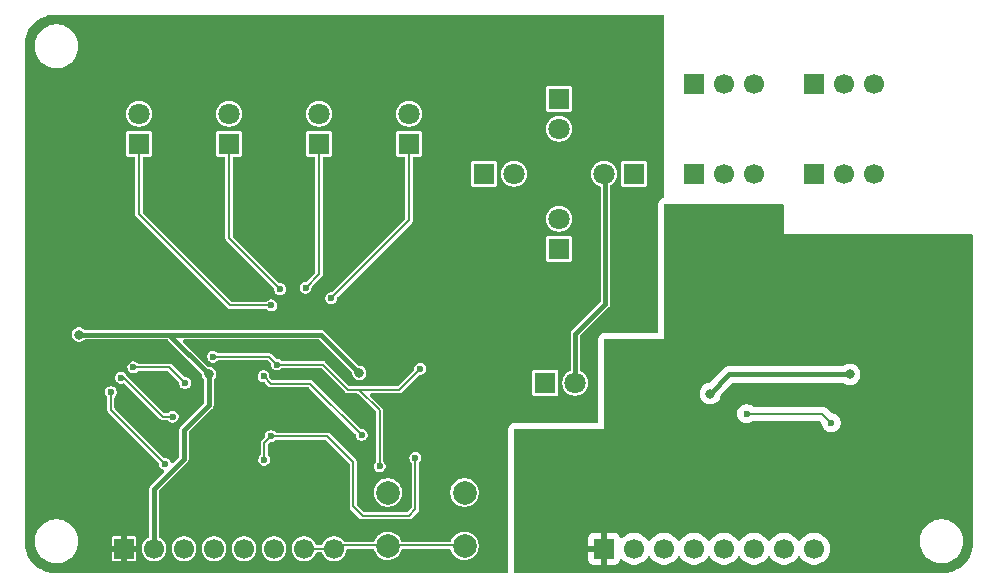
<source format=gbr>
%TF.GenerationSoftware,KiCad,Pcbnew,9.0.5*%
%TF.CreationDate,2025-10-12T13:48:01+02:00*%
%TF.ProjectId,sw63_mk4_displaytestboard,73773633-5f6d-46b3-945f-646973706c61,rev?*%
%TF.SameCoordinates,Original*%
%TF.FileFunction,Copper,L2,Bot*%
%TF.FilePolarity,Positive*%
%FSLAX46Y46*%
G04 Gerber Fmt 4.6, Leading zero omitted, Abs format (unit mm)*
G04 Created by KiCad (PCBNEW 9.0.5) date 2025-10-12 13:48:01*
%MOMM*%
%LPD*%
G01*
G04 APERTURE LIST*
%TA.AperFunction,ComponentPad*%
%ADD10C,2.000000*%
%TD*%
%TA.AperFunction,ComponentPad*%
%ADD11R,1.700000X1.700000*%
%TD*%
%TA.AperFunction,ComponentPad*%
%ADD12C,1.700000*%
%TD*%
%TA.AperFunction,ComponentPad*%
%ADD13R,1.800000X1.800000*%
%TD*%
%TA.AperFunction,ComponentPad*%
%ADD14C,1.800000*%
%TD*%
%TA.AperFunction,ViaPad*%
%ADD15C,0.600000*%
%TD*%
%TA.AperFunction,ViaPad*%
%ADD16C,0.800000*%
%TD*%
%TA.AperFunction,Conductor*%
%ADD17C,0.400000*%
%TD*%
%TA.AperFunction,Conductor*%
%ADD18C,0.200000*%
%TD*%
G04 APERTURE END LIST*
D10*
%TO.P,SW1,2,2*%
%TO.N,/BTN_A*%
X108689000Y-107006000D03*
X115189000Y-107006000D03*
%TO.P,SW1,1,1*%
%TO.N,/BTN_B*%
X108689000Y-111506000D03*
X115189000Y-111506000D03*
%TD*%
D11*
%TO.P,J1,1,Pin_1*%
%TO.N,GND*%
X86360000Y-111760000D03*
D12*
%TO.P,J1,2,Pin_2*%
%TO.N,VDD*%
X88900000Y-111760000D03*
%TO.P,J1,3,Pin_3*%
%TO.N,/DATA*%
X91440000Y-111760000D03*
%TO.P,J1,4,Pin_4*%
%TO.N,/CLOCK*%
X93980000Y-111760000D03*
%TO.P,J1,5,Pin_5*%
%TO.N,/LATCH*%
X96520000Y-111760000D03*
%TO.P,J1,6,Pin_6*%
%TO.N,/!OE*%
X99060000Y-111760000D03*
%TO.P,J1,7,Pin_7*%
%TO.N,/BTN_A*%
X101600000Y-111760000D03*
%TO.P,J1,8,Pin_8*%
%TO.N,/BTN_B*%
X104140000Y-111760000D03*
%TD*%
D13*
%TO.P,D14,1,K*%
%TO.N,Net-(D14-K)*%
X95250000Y-77470000D03*
D14*
%TO.P,D14,2,A*%
%TO.N,VDD*%
X95250000Y-74930000D03*
%TD*%
D13*
%TO.P,D16,1,K*%
%TO.N,Net-(D16-K)*%
X110490000Y-77470000D03*
D14*
%TO.P,D16,2,A*%
%TO.N,VDD*%
X110490000Y-74930000D03*
%TD*%
D13*
%TO.P,D21,1,K*%
%TO.N,Net-(D21-K)*%
X122021600Y-97713800D03*
D14*
%TO.P,D21,2,A*%
%TO.N,VDD*%
X124561600Y-97713800D03*
%TD*%
D13*
%TO.P,D20,1,K*%
%TO.N,Net-(D20-K)*%
X116840000Y-80010000D03*
D14*
%TO.P,D20,2,A*%
%TO.N,VDD*%
X119380000Y-80010000D03*
%TD*%
D13*
%TO.P,D18,1,K*%
%TO.N,Net-(D18-K)*%
X129540000Y-80010000D03*
D14*
%TO.P,D18,2,A*%
%TO.N,VDD*%
X127000000Y-80010000D03*
%TD*%
D11*
%TO.P,J4,1,Pin_1*%
%TO.N,Net-(J4-Pin_1)*%
X134620000Y-72390000D03*
D12*
%TO.P,J4,2,Pin_2*%
%TO.N,Net-(J4-Pin_2)*%
X137160000Y-72390000D03*
%TO.P,J4,3,Pin_3*%
%TO.N,Net-(J4-Pin_3)*%
X139700000Y-72390000D03*
%TD*%
D13*
%TO.P,D13,1,K*%
%TO.N,Net-(D13-K)*%
X87630000Y-77470000D03*
D14*
%TO.P,D13,2,A*%
%TO.N,VDD*%
X87630000Y-74930000D03*
%TD*%
D13*
%TO.P,D15,1,K*%
%TO.N,Net-(D15-K)*%
X102870000Y-77470000D03*
D14*
%TO.P,D15,2,A*%
%TO.N,VDD*%
X102870000Y-74930000D03*
%TD*%
D13*
%TO.P,D19,1,K*%
%TO.N,Net-(D19-K)*%
X123190000Y-86360000D03*
D14*
%TO.P,D19,2,A*%
%TO.N,VDD*%
X123190000Y-83820000D03*
%TD*%
D11*
%TO.P,J6,1,Pin_1*%
%TO.N,Net-(J6-Pin_1)*%
X144780000Y-80010000D03*
D12*
%TO.P,J6,2,Pin_2*%
%TO.N,Net-(J6-Pin_2)*%
X147320000Y-80010000D03*
%TO.P,J6,3,Pin_3*%
%TO.N,Net-(J6-Pin_3)*%
X149860000Y-80010000D03*
%TD*%
D11*
%TO.P,J3,1,Pin_1*%
%TO.N,Net-(J3-Pin_1)*%
X134620000Y-80010000D03*
D12*
%TO.P,J3,2,Pin_2*%
%TO.N,Net-(J3-Pin_2)*%
X137160000Y-80010000D03*
%TO.P,J3,3,Pin_3*%
%TO.N,Net-(J3-Pin_3)*%
X139700000Y-80010000D03*
%TD*%
D11*
%TO.P,J5,1,Pin_1*%
%TO.N,Net-(J5-Pin_1)*%
X144780000Y-72390000D03*
D12*
%TO.P,J5,2,Pin_2*%
%TO.N,Net-(J5-Pin_2)*%
X147320000Y-72390000D03*
%TO.P,J5,3,Pin_3*%
%TO.N,Net-(J5-Pin_3)*%
X149860000Y-72390000D03*
%TD*%
D13*
%TO.P,D17,1,K*%
%TO.N,Net-(D17-K)*%
X123190000Y-73660000D03*
D14*
%TO.P,D17,2,A*%
%TO.N,VDD*%
X123190000Y-76200000D03*
%TD*%
D11*
%TO.P,J2,1,Pin_1*%
%TO.N,/RTC_GND*%
X127000000Y-111760000D03*
D12*
%TO.P,J2,2,Pin_2*%
%TO.N,/RTC_VCC*%
X129540000Y-111760000D03*
%TO.P,J2,3,Pin_3*%
%TO.N,/RTC_VBAT*%
X132080000Y-111760000D03*
%TO.P,J2,4,Pin_4*%
%TO.N,/SDA*%
X134620000Y-111760000D03*
%TO.P,J2,5,Pin_5*%
%TO.N,/SCL*%
X137160000Y-111760000D03*
%TO.P,J2,6,Pin_6*%
%TO.N,/!RST*%
X139700000Y-111760000D03*
%TO.P,J2,7,Pin_7*%
%TO.N,/!INT*%
X142240000Y-111760000D03*
%TO.P,J2,8,Pin_8*%
%TO.N,/32KHZ*%
X144780000Y-111760000D03*
%TD*%
D15*
%TO.N,GND*%
X106299000Y-110109000D03*
X117348000Y-109601000D03*
X112141000Y-109728000D03*
X113284000Y-102870000D03*
X109601000Y-104394000D03*
X106680000Y-104013000D03*
X107315000Y-89535000D03*
X111125000Y-88900000D03*
X111760000Y-88265000D03*
X113030000Y-77470000D03*
X117475000Y-75565000D03*
X128905000Y-71755000D03*
X117475000Y-71755000D03*
X91440000Y-71120000D03*
X99060000Y-71120000D03*
X106680000Y-71120000D03*
X106680000Y-79375000D03*
X106680000Y-77470000D03*
X99060000Y-79375000D03*
X99060000Y-77470000D03*
X91403924Y-77357157D03*
X91440000Y-79375000D03*
X79989654Y-87725118D03*
X80010000Y-86360000D03*
X83820000Y-86995000D03*
X88900000Y-86995000D03*
X86360000Y-87630000D03*
X99060000Y-87630000D03*
X104140000Y-87630000D03*
X103505000Y-92075000D03*
X101600000Y-91440000D03*
X95250000Y-92075000D03*
X103251000Y-105791000D03*
X112522000Y-107950000D03*
X114935000Y-102870000D03*
X114935000Y-105410000D03*
X116840000Y-105410000D03*
X116840000Y-100330000D03*
X116840000Y-102870000D03*
X129540000Y-90805000D03*
X128905000Y-86995000D03*
X128270000Y-85090000D03*
X128905000Y-83820000D03*
X130175000Y-85090000D03*
X130175000Y-83185000D03*
X127000000Y-77470000D03*
X127000000Y-76200000D03*
X123190000Y-80645000D03*
X123190000Y-79375000D03*
X115570000Y-81915000D03*
X115570000Y-83185000D03*
X118745000Y-83185000D03*
X118745000Y-84455000D03*
X121285000Y-94615000D03*
X119380000Y-94615000D03*
X120650000Y-91440000D03*
X121920000Y-88900000D03*
X120015000Y-88900000D03*
X118110000Y-88900000D03*
X116840000Y-91440000D03*
X115570000Y-92710000D03*
X113030000Y-96520000D03*
X113030000Y-97790000D03*
X107950000Y-95250000D03*
X106045000Y-99695000D03*
X102870000Y-100965000D03*
X99314000Y-104775000D03*
X99695000Y-105791000D03*
X97790000Y-106045000D03*
X95250000Y-106045000D03*
X83185000Y-104140000D03*
X85090000Y-104140000D03*
X89535000Y-102235000D03*
X84455000Y-97155000D03*
X80010000Y-85090000D03*
X80010000Y-83820000D03*
X83820000Y-89535000D03*
X83820000Y-88265000D03*
X93980000Y-92075000D03*
X89535000Y-92710000D03*
X89535000Y-91440000D03*
X92075000Y-99060000D03*
X97790000Y-98425000D03*
X94615000Y-100965000D03*
D16*
%TO.N,VDD*%
X106275000Y-96875000D03*
X82550000Y-93625000D03*
X93550000Y-96975000D03*
D15*
%TO.N,Net-(D13-K)*%
X98825000Y-91150000D03*
%TO.N,Net-(D14-K)*%
X99568000Y-89789000D03*
%TO.N,Net-(D15-K)*%
X101725000Y-89675000D03*
%TO.N,Net-(D16-K)*%
X103900000Y-90550000D03*
%TO.N,/LATCH*%
X85250000Y-98500000D03*
X89825000Y-104575000D03*
X98800000Y-102225000D03*
X98225000Y-104225000D03*
X111025000Y-104075000D03*
%TO.N,/!OE*%
X91525000Y-97725000D03*
X111450000Y-96525000D03*
X93900000Y-95500000D03*
X99305399Y-96165000D03*
X87150000Y-96400000D03*
X108000000Y-104775000D03*
%TO.N,Net-(U1-SDO)*%
X86106000Y-97282000D03*
X90475000Y-100575000D03*
%TO.N,Net-(U2-SDO)*%
X98171000Y-97155000D03*
X106475000Y-102125000D03*
%TO.N,/RTC_GND*%
X130810000Y-106680000D03*
X152400000Y-104140000D03*
X147320000Y-92710000D03*
X147320000Y-91440000D03*
X140970000Y-106680000D03*
X152400000Y-86360000D03*
X135890000Y-104140000D03*
X147320000Y-106680000D03*
X134620000Y-83820000D03*
X127000000Y-106680000D03*
X133350000Y-106680000D03*
X138430000Y-104140000D03*
X135890000Y-106680000D03*
X129540000Y-96520000D03*
X143510000Y-93345000D03*
X124460000Y-104140000D03*
X133985000Y-97155000D03*
X130810000Y-100965000D03*
X149860000Y-88900000D03*
X152400000Y-88900000D03*
X127000000Y-104140000D03*
X143510000Y-98425000D03*
X140970000Y-104140000D03*
X124460000Y-106680000D03*
X144780000Y-88900000D03*
X143510000Y-101600000D03*
X149860000Y-86360000D03*
X138430000Y-106680000D03*
X143510000Y-106680000D03*
X143510000Y-95250000D03*
X139700000Y-83820000D03*
X137160000Y-83820000D03*
X130810000Y-104140000D03*
X149860000Y-106680000D03*
X143510000Y-104140000D03*
X133350000Y-104140000D03*
D16*
%TO.N,/RTC_VBAT*%
X147802600Y-97002600D03*
X135991600Y-98628200D03*
D15*
%TO.N,Net-(JP1-C)*%
X139065000Y-100330000D03*
X146228308Y-101092568D03*
%TD*%
D17*
%TO.N,VDD*%
X88900000Y-111760000D02*
X88900000Y-106680000D01*
X93550000Y-99575000D02*
X93550000Y-96975000D01*
X88900000Y-106680000D02*
X91440000Y-104140000D01*
X91440000Y-101685000D02*
X93550000Y-99575000D01*
X91440000Y-104140000D02*
X91440000Y-101685000D01*
D18*
%TO.N,/BTN*%
X101600000Y-111760000D02*
X104267000Y-111760000D01*
X104267000Y-111760000D02*
X104557000Y-111470000D01*
X104557000Y-111470000D02*
X108637000Y-111470000D01*
X108637000Y-111470000D02*
X115137000Y-111470000D01*
%TO.N,/LATCH*%
X111025000Y-104075000D02*
X111025000Y-108431000D01*
X103575000Y-102225000D02*
X98800000Y-102225000D01*
X111025000Y-108431000D02*
X110490000Y-108966000D01*
X110490000Y-108966000D02*
X106553000Y-108966000D01*
X106553000Y-108966000D02*
X105767500Y-108180500D01*
X105767500Y-108180500D02*
X105767500Y-104417500D01*
X105767500Y-104417500D02*
X103575000Y-102225000D01*
%TO.N,Net-(D13-K)*%
X98825000Y-91150000D02*
X95341000Y-91150000D01*
X95341000Y-91150000D02*
X87630000Y-83439000D01*
X87630000Y-83439000D02*
X87630000Y-77470000D01*
%TO.N,Net-(D14-K)*%
X95250000Y-85471000D02*
X99568000Y-89789000D01*
X95250000Y-77470000D02*
X95250000Y-85471000D01*
%TO.N,Net-(U2-SDO)*%
X106475000Y-102125000D02*
X102140000Y-97790000D01*
X102140000Y-97790000D02*
X98806000Y-97790000D01*
X98806000Y-97790000D02*
X98171000Y-97155000D01*
%TO.N,Net-(U1-SDO)*%
X90475000Y-100575000D02*
X89653000Y-100575000D01*
X86360000Y-97282000D02*
X86106000Y-97282000D01*
X89653000Y-100575000D02*
X86360000Y-97282000D01*
%TO.N,/!OE*%
X106250000Y-98300000D02*
X108000000Y-100050000D01*
X108000000Y-100050000D02*
X108000000Y-104775000D01*
D17*
%TO.N,VDD*%
X90200000Y-93625000D02*
X103025000Y-93625000D01*
X127101600Y-91033600D02*
X127101600Y-79933800D01*
X124561600Y-97713800D02*
X124561600Y-93573600D01*
X93550000Y-96975000D02*
X90200000Y-93625000D01*
X103025000Y-93625000D02*
X106275000Y-96875000D01*
X90200000Y-93625000D02*
X82550000Y-93625000D01*
X124561600Y-93573600D02*
X127101600Y-91033600D01*
D18*
%TO.N,Net-(D15-K)*%
X102870000Y-88530000D02*
X102870000Y-77470000D01*
X101725000Y-89675000D02*
X102870000Y-88530000D01*
%TO.N,Net-(D16-K)*%
X103900000Y-90550000D02*
X110490000Y-83960000D01*
X110490000Y-83960000D02*
X110490000Y-77470000D01*
%TO.N,/LATCH*%
X98225000Y-102800000D02*
X98800000Y-102225000D01*
X85250000Y-98500000D02*
X85250000Y-100000000D01*
X85250000Y-100000000D02*
X89825000Y-104575000D01*
X98225000Y-104225000D02*
X98225000Y-102800000D01*
%TO.N,/!OE*%
X99305399Y-96165000D02*
X98640399Y-95500000D01*
X109675000Y-98300000D02*
X111450000Y-96525000D01*
X105350000Y-98300000D02*
X106250000Y-98300000D01*
X90200000Y-96400000D02*
X91525000Y-97725000D01*
X106250000Y-98300000D02*
X109675000Y-98300000D01*
X99305399Y-96165000D02*
X103215000Y-96165000D01*
X103215000Y-96165000D02*
X105350000Y-98300000D01*
X98640399Y-95500000D02*
X93900000Y-95500000D01*
X87150000Y-96400000D02*
X90200000Y-96400000D01*
D17*
%TO.N,/RTC_VBAT*%
X135991600Y-98628200D02*
X137617200Y-97002600D01*
X137617200Y-97002600D02*
X147802600Y-97002600D01*
D18*
%TO.N,Net-(JP1-C)*%
X146228308Y-101092568D02*
X145465740Y-100330000D01*
X145465740Y-100330000D02*
X139065000Y-100330000D01*
%TD*%
%TA.AperFunction,Conductor*%
%TO.N,GND*%
G36*
X132023039Y-66560185D02*
G01*
X132068794Y-66612989D01*
X132080000Y-66664500D01*
X132080000Y-81966204D01*
X132060315Y-82033243D01*
X132007511Y-82078998D01*
X131995159Y-82083858D01*
X131942502Y-82101383D01*
X131942496Y-82101386D01*
X131821462Y-82179171D01*
X131821451Y-82179179D01*
X131768659Y-82224923D01*
X131674433Y-82333664D01*
X131674430Y-82333668D01*
X131614664Y-82464534D01*
X131594976Y-82531582D01*
X131574500Y-82674001D01*
X131574500Y-93350500D01*
X131554815Y-93417539D01*
X131502011Y-93463294D01*
X131450500Y-93474500D01*
X127124000Y-93474500D01*
X127123991Y-93474500D01*
X127123990Y-93474501D01*
X127016549Y-93486052D01*
X127016537Y-93486054D01*
X126965027Y-93497260D01*
X126862502Y-93531383D01*
X126862496Y-93531386D01*
X126741462Y-93609171D01*
X126741451Y-93609179D01*
X126688659Y-93654923D01*
X126594433Y-93763664D01*
X126594430Y-93763668D01*
X126534664Y-93894534D01*
X126514976Y-93961582D01*
X126494500Y-94104001D01*
X126494500Y-100970500D01*
X126474815Y-101037539D01*
X126422011Y-101083294D01*
X126370500Y-101094500D01*
X119504000Y-101094500D01*
X119503991Y-101094500D01*
X119503990Y-101094501D01*
X119396549Y-101106052D01*
X119396537Y-101106054D01*
X119345027Y-101117260D01*
X119242502Y-101151383D01*
X119242496Y-101151386D01*
X119121462Y-101229171D01*
X119121451Y-101229179D01*
X119068659Y-101274923D01*
X118974433Y-101383664D01*
X118974430Y-101383668D01*
X118914664Y-101514534D01*
X118894976Y-101581582D01*
X118874500Y-101724001D01*
X118874500Y-113675500D01*
X118854815Y-113742539D01*
X118802011Y-113788294D01*
X118750500Y-113799500D01*
X80473751Y-113799500D01*
X80466264Y-113799274D01*
X80176205Y-113781728D01*
X80161340Y-113779923D01*
X79879201Y-113728219D01*
X79864663Y-113724635D01*
X79590832Y-113639306D01*
X79576831Y-113633997D01*
X79315263Y-113516275D01*
X79302004Y-113509316D01*
X79056540Y-113360928D01*
X79044217Y-113352422D01*
X78974752Y-113298000D01*
X78818426Y-113175526D01*
X78807218Y-113165596D01*
X78604403Y-112962781D01*
X78594473Y-112951573D01*
X78539225Y-112881054D01*
X78417573Y-112725776D01*
X78409075Y-112713465D01*
X78260680Y-112467989D01*
X78253727Y-112454743D01*
X78136000Y-112193163D01*
X78130693Y-112179167D01*
X78128730Y-112172868D01*
X78045363Y-111905335D01*
X78041780Y-111890798D01*
X77998850Y-111656535D01*
X77990075Y-111608657D01*
X77988271Y-111593794D01*
X77987707Y-111584477D01*
X77970726Y-111303736D01*
X77970500Y-111296249D01*
X77970500Y-111003711D01*
X78794500Y-111003711D01*
X78794500Y-111246288D01*
X78826161Y-111486785D01*
X78888947Y-111721104D01*
X78968425Y-111912979D01*
X78981776Y-111945212D01*
X79103064Y-112155289D01*
X79103066Y-112155292D01*
X79103067Y-112155293D01*
X79250733Y-112347736D01*
X79250739Y-112347743D01*
X79422256Y-112519260D01*
X79422263Y-112519266D01*
X79496168Y-112575975D01*
X79614711Y-112666936D01*
X79824788Y-112788224D01*
X80048900Y-112881054D01*
X80283211Y-112943838D01*
X80463586Y-112967584D01*
X80523711Y-112975500D01*
X80523712Y-112975500D01*
X80766289Y-112975500D01*
X80814388Y-112969167D01*
X81006789Y-112943838D01*
X81241100Y-112881054D01*
X81465212Y-112788224D01*
X81675289Y-112666936D01*
X81867738Y-112519265D01*
X82039265Y-112347738D01*
X82186936Y-112155289D01*
X82308224Y-111945212D01*
X82308227Y-111945205D01*
X82322319Y-111911185D01*
X82322319Y-111911183D01*
X82342085Y-111863465D01*
X82401054Y-111721100D01*
X82463838Y-111486789D01*
X82495500Y-111246288D01*
X82495500Y-111003712D01*
X82480569Y-110890297D01*
X85310000Y-110890297D01*
X85310000Y-111510000D01*
X85926988Y-111510000D01*
X85894075Y-111567007D01*
X85860000Y-111694174D01*
X85860000Y-111825826D01*
X85894075Y-111952993D01*
X85926988Y-112010000D01*
X85310000Y-112010000D01*
X85310000Y-112629702D01*
X85321602Y-112688033D01*
X85321603Y-112688034D01*
X85365808Y-112754191D01*
X85431965Y-112798396D01*
X85431966Y-112798397D01*
X85490297Y-112809999D01*
X85490301Y-112810000D01*
X86110000Y-112810000D01*
X86110000Y-112193012D01*
X86167007Y-112225925D01*
X86294174Y-112260000D01*
X86425826Y-112260000D01*
X86552993Y-112225925D01*
X86610000Y-112193012D01*
X86610000Y-112810000D01*
X87229699Y-112810000D01*
X87229702Y-112809999D01*
X87288033Y-112798397D01*
X87288034Y-112798396D01*
X87354191Y-112754191D01*
X87398396Y-112688034D01*
X87398397Y-112688033D01*
X87409999Y-112629702D01*
X87410000Y-112629699D01*
X87410000Y-112010000D01*
X86793012Y-112010000D01*
X86825925Y-111952993D01*
X86860000Y-111825826D01*
X86860000Y-111694174D01*
X86825925Y-111567007D01*
X86793012Y-111510000D01*
X87410000Y-111510000D01*
X87410000Y-110890301D01*
X87409999Y-110890297D01*
X87398397Y-110831966D01*
X87398396Y-110831965D01*
X87354191Y-110765808D01*
X87288034Y-110721603D01*
X87288033Y-110721602D01*
X87229702Y-110710000D01*
X86610000Y-110710000D01*
X86610000Y-111326988D01*
X86552993Y-111294075D01*
X86425826Y-111260000D01*
X86294174Y-111260000D01*
X86167007Y-111294075D01*
X86110000Y-111326988D01*
X86110000Y-110710000D01*
X85490297Y-110710000D01*
X85431966Y-110721602D01*
X85431965Y-110721603D01*
X85365808Y-110765808D01*
X85321603Y-110831965D01*
X85321602Y-110831966D01*
X85310000Y-110890297D01*
X82480569Y-110890297D01*
X82463838Y-110763211D01*
X82401054Y-110528900D01*
X82308224Y-110304788D01*
X82186936Y-110094711D01*
X82039265Y-109902262D01*
X82039260Y-109902256D01*
X81867743Y-109730739D01*
X81867736Y-109730733D01*
X81675293Y-109583067D01*
X81675292Y-109583066D01*
X81675289Y-109583064D01*
X81465212Y-109461776D01*
X81465205Y-109461773D01*
X81241104Y-109368947D01*
X81006785Y-109306161D01*
X80766289Y-109274500D01*
X80766288Y-109274500D01*
X80523712Y-109274500D01*
X80523711Y-109274500D01*
X80283214Y-109306161D01*
X80048895Y-109368947D01*
X79824794Y-109461773D01*
X79824785Y-109461777D01*
X79614706Y-109583067D01*
X79422263Y-109730733D01*
X79422256Y-109730739D01*
X79250739Y-109902256D01*
X79250733Y-109902263D01*
X79103067Y-110094706D01*
X78981777Y-110304785D01*
X78981773Y-110304794D01*
X78888947Y-110528895D01*
X78826161Y-110763214D01*
X78794500Y-111003711D01*
X77970500Y-111003711D01*
X77970500Y-97216108D01*
X85605500Y-97216108D01*
X85605500Y-97347892D01*
X85614752Y-97382420D01*
X85639608Y-97475187D01*
X85639789Y-97475500D01*
X85705500Y-97589314D01*
X85798686Y-97682500D01*
X85897521Y-97739563D01*
X85902920Y-97742680D01*
X85912814Y-97748392D01*
X86040108Y-97782500D01*
X86040110Y-97782500D01*
X86171890Y-97782500D01*
X86171892Y-97782500D01*
X86299186Y-97748392D01*
X86299187Y-97748391D01*
X86307037Y-97746288D01*
X86307706Y-97748785D01*
X86364367Y-97742680D01*
X86426855Y-97773938D01*
X86430063Y-97777034D01*
X89412540Y-100759511D01*
X89468489Y-100815460D01*
X89468491Y-100815461D01*
X89468495Y-100815464D01*
X89495649Y-100831141D01*
X89537011Y-100855021D01*
X89613438Y-100875500D01*
X89692562Y-100875500D01*
X90016324Y-100875500D01*
X90083363Y-100895185D01*
X90104005Y-100911819D01*
X90167686Y-100975500D01*
X90281814Y-101041392D01*
X90409108Y-101075500D01*
X90409110Y-101075500D01*
X90540890Y-101075500D01*
X90540892Y-101075500D01*
X90668186Y-101041392D01*
X90782314Y-100975500D01*
X90875500Y-100882314D01*
X90941392Y-100768186D01*
X90975500Y-100640892D01*
X90975500Y-100509108D01*
X90941392Y-100381814D01*
X90875500Y-100267686D01*
X90782314Y-100174500D01*
X90709890Y-100132686D01*
X90668187Y-100108608D01*
X90604539Y-100091554D01*
X90540892Y-100074500D01*
X90409108Y-100074500D01*
X90281812Y-100108608D01*
X90167686Y-100174500D01*
X90167683Y-100174502D01*
X90104005Y-100238181D01*
X90077077Y-100252884D01*
X90051259Y-100269477D01*
X90045058Y-100270368D01*
X90042682Y-100271666D01*
X90016324Y-100274500D01*
X89828833Y-100274500D01*
X89761794Y-100254815D01*
X89741152Y-100238181D01*
X86557444Y-97054473D01*
X86537737Y-97028791D01*
X86506500Y-96974686D01*
X86413314Y-96881500D01*
X86342981Y-96840893D01*
X86299187Y-96815608D01*
X86225802Y-96795945D01*
X86171892Y-96781500D01*
X86040108Y-96781500D01*
X85912812Y-96815608D01*
X85798686Y-96881500D01*
X85798683Y-96881502D01*
X85705502Y-96974683D01*
X85705500Y-96974686D01*
X85639608Y-97088812D01*
X85615398Y-97179167D01*
X85605500Y-97216108D01*
X77970500Y-97216108D01*
X77970500Y-96334108D01*
X86649500Y-96334108D01*
X86649500Y-96465892D01*
X86657159Y-96494475D01*
X86683608Y-96593187D01*
X86701937Y-96624933D01*
X86749500Y-96707314D01*
X86842686Y-96800500D01*
X86941521Y-96857563D01*
X86955956Y-96865897D01*
X86956814Y-96866392D01*
X87084108Y-96900500D01*
X87084110Y-96900500D01*
X87215890Y-96900500D01*
X87215892Y-96900500D01*
X87343186Y-96866392D01*
X87457314Y-96800500D01*
X87520995Y-96736819D01*
X87582318Y-96703334D01*
X87608676Y-96700500D01*
X90024167Y-96700500D01*
X90091206Y-96720185D01*
X90111848Y-96736819D01*
X90988181Y-97613152D01*
X91021666Y-97674475D01*
X91024500Y-97700833D01*
X91024500Y-97790892D01*
X91027051Y-97800411D01*
X91058608Y-97918187D01*
X91091554Y-97975250D01*
X91124500Y-98032314D01*
X91217686Y-98125500D01*
X91331814Y-98191392D01*
X91459108Y-98225500D01*
X91459110Y-98225500D01*
X91590890Y-98225500D01*
X91590892Y-98225500D01*
X91718186Y-98191392D01*
X91832314Y-98125500D01*
X91925500Y-98032314D01*
X91991392Y-97918186D01*
X92025500Y-97790892D01*
X92025500Y-97659108D01*
X91991392Y-97531814D01*
X91925500Y-97417686D01*
X91832314Y-97324500D01*
X91774900Y-97291352D01*
X91718187Y-97258608D01*
X91605790Y-97228492D01*
X91590892Y-97224500D01*
X91500833Y-97224500D01*
X91433794Y-97204815D01*
X91413152Y-97188181D01*
X90384512Y-96159541D01*
X90384511Y-96159540D01*
X90362432Y-96146793D01*
X90362432Y-96146791D01*
X90362429Y-96146791D01*
X90315994Y-96119981D01*
X90315991Y-96119979D01*
X90277775Y-96109739D01*
X90239562Y-96099500D01*
X90239560Y-96099500D01*
X87608676Y-96099500D01*
X87541637Y-96079815D01*
X87520995Y-96063181D01*
X87457316Y-95999502D01*
X87457314Y-95999500D01*
X87399968Y-95966391D01*
X87343187Y-95933608D01*
X87279539Y-95916554D01*
X87215892Y-95899500D01*
X87084108Y-95899500D01*
X86956812Y-95933608D01*
X86842686Y-95999500D01*
X86842683Y-95999502D01*
X86749502Y-96092683D01*
X86749500Y-96092686D01*
X86683608Y-96206812D01*
X86677156Y-96230892D01*
X86649500Y-96334108D01*
X77970500Y-96334108D01*
X77970500Y-93545943D01*
X81949500Y-93545943D01*
X81949500Y-93704057D01*
X81972758Y-93790855D01*
X81990423Y-93856783D01*
X81990426Y-93856790D01*
X82069475Y-93993709D01*
X82069479Y-93993714D01*
X82069480Y-93993716D01*
X82181284Y-94105520D01*
X82181286Y-94105521D01*
X82181290Y-94105524D01*
X82303114Y-94175858D01*
X82318216Y-94184577D01*
X82470943Y-94225500D01*
X82470945Y-94225500D01*
X82629055Y-94225500D01*
X82629057Y-94225500D01*
X82781784Y-94184577D01*
X82918716Y-94105520D01*
X82962417Y-94061819D01*
X83023740Y-94028334D01*
X83050098Y-94025500D01*
X89982745Y-94025500D01*
X90049784Y-94045185D01*
X90070426Y-94061819D01*
X92913181Y-96904574D01*
X92946666Y-96965897D01*
X92949500Y-96992255D01*
X92949500Y-97054057D01*
X92989896Y-97204815D01*
X92990423Y-97206783D01*
X92990426Y-97206790D01*
X93069475Y-97343709D01*
X93069481Y-97343717D01*
X93113181Y-97387417D01*
X93146666Y-97448740D01*
X93149500Y-97475098D01*
X93149500Y-99357745D01*
X93129815Y-99424784D01*
X93113181Y-99445426D01*
X91119522Y-101439084D01*
X91119518Y-101439090D01*
X91066792Y-101530412D01*
X91066793Y-101530413D01*
X91039500Y-101632273D01*
X91039500Y-103922744D01*
X91019815Y-103989783D01*
X91003181Y-104010425D01*
X90515194Y-104498411D01*
X90453871Y-104531896D01*
X90384179Y-104526912D01*
X90328246Y-104485040D01*
X90307739Y-104442826D01*
X90291392Y-104381814D01*
X90225500Y-104267686D01*
X90132314Y-104174500D01*
X90074100Y-104140890D01*
X90018187Y-104108608D01*
X89954539Y-104091554D01*
X89890892Y-104074500D01*
X89800833Y-104074500D01*
X89733794Y-104054815D01*
X89713152Y-104038181D01*
X85586819Y-99911848D01*
X85553334Y-99850525D01*
X85550500Y-99824167D01*
X85550500Y-98958676D01*
X85570185Y-98891637D01*
X85586819Y-98870995D01*
X85650500Y-98807314D01*
X85716392Y-98693186D01*
X85750500Y-98565892D01*
X85750500Y-98434108D01*
X85716392Y-98306814D01*
X85650500Y-98192686D01*
X85557314Y-98099500D01*
X85487007Y-98058908D01*
X85443187Y-98033608D01*
X85379539Y-98016554D01*
X85315892Y-97999500D01*
X85184108Y-97999500D01*
X85056812Y-98033608D01*
X84942686Y-98099500D01*
X84942683Y-98099502D01*
X84849502Y-98192683D01*
X84849500Y-98192686D01*
X84783608Y-98306812D01*
X84749500Y-98434108D01*
X84749500Y-98565891D01*
X84783608Y-98693187D01*
X84806982Y-98733671D01*
X84849500Y-98807314D01*
X84849502Y-98807316D01*
X84913181Y-98870995D01*
X84946666Y-98932318D01*
X84949500Y-98958676D01*
X84949500Y-100039562D01*
X84951316Y-100046338D01*
X84969979Y-100115991D01*
X84969981Y-100115994D01*
X84998844Y-100165985D01*
X84998844Y-100165988D01*
X84998846Y-100165988D01*
X85003761Y-100174502D01*
X85009539Y-100184509D01*
X85009541Y-100184512D01*
X89288181Y-104463152D01*
X89321666Y-104524475D01*
X89324500Y-104550833D01*
X89324500Y-104640891D01*
X89358608Y-104768187D01*
X89391554Y-104825250D01*
X89424500Y-104882314D01*
X89517686Y-104975500D01*
X89631814Y-105041392D01*
X89692824Y-105057739D01*
X89752483Y-105094102D01*
X89783013Y-105156948D01*
X89774719Y-105226324D01*
X89748411Y-105265194D01*
X88579522Y-106434084D01*
X88579520Y-106434087D01*
X88526793Y-106525412D01*
X88499621Y-106626821D01*
X88499617Y-106626836D01*
X88499616Y-106626835D01*
X88499500Y-106627267D01*
X88499500Y-110705985D01*
X88479815Y-110773024D01*
X88427011Y-110818779D01*
X88422954Y-110820546D01*
X88402402Y-110829059D01*
X88402395Y-110829062D01*
X88230344Y-110944022D01*
X88084024Y-111090342D01*
X87969058Y-111262403D01*
X87889870Y-111453579D01*
X87889868Y-111453587D01*
X87849500Y-111656530D01*
X87849500Y-111863469D01*
X87889868Y-112066412D01*
X87889870Y-112066420D01*
X87955939Y-112225925D01*
X87969059Y-112257598D01*
X88017138Y-112329554D01*
X88084024Y-112429657D01*
X88230342Y-112575975D01*
X88230345Y-112575977D01*
X88402402Y-112690941D01*
X88593580Y-112770130D01*
X88794016Y-112809999D01*
X88796530Y-112810499D01*
X88796534Y-112810500D01*
X88796535Y-112810500D01*
X89003466Y-112810500D01*
X89003467Y-112810499D01*
X89206420Y-112770130D01*
X89397598Y-112690941D01*
X89569655Y-112575977D01*
X89715977Y-112429655D01*
X89830941Y-112257598D01*
X89910130Y-112066420D01*
X89950500Y-111863465D01*
X89950500Y-111656535D01*
X89950499Y-111656530D01*
X90389500Y-111656530D01*
X90389500Y-111863469D01*
X90429868Y-112066412D01*
X90429870Y-112066420D01*
X90495939Y-112225925D01*
X90509059Y-112257598D01*
X90557138Y-112329554D01*
X90624024Y-112429657D01*
X90770342Y-112575975D01*
X90770345Y-112575977D01*
X90942402Y-112690941D01*
X91133580Y-112770130D01*
X91334016Y-112809999D01*
X91336530Y-112810499D01*
X91336534Y-112810500D01*
X91336535Y-112810500D01*
X91543466Y-112810500D01*
X91543467Y-112810499D01*
X91746420Y-112770130D01*
X91937598Y-112690941D01*
X92109655Y-112575977D01*
X92255977Y-112429655D01*
X92370941Y-112257598D01*
X92450130Y-112066420D01*
X92490500Y-111863465D01*
X92490500Y-111656535D01*
X92490499Y-111656530D01*
X92929500Y-111656530D01*
X92929500Y-111863469D01*
X92969868Y-112066412D01*
X92969870Y-112066420D01*
X93035939Y-112225925D01*
X93049059Y-112257598D01*
X93097138Y-112329554D01*
X93164024Y-112429657D01*
X93310342Y-112575975D01*
X93310345Y-112575977D01*
X93482402Y-112690941D01*
X93673580Y-112770130D01*
X93874016Y-112809999D01*
X93876530Y-112810499D01*
X93876534Y-112810500D01*
X93876535Y-112810500D01*
X94083466Y-112810500D01*
X94083467Y-112810499D01*
X94286420Y-112770130D01*
X94477598Y-112690941D01*
X94649655Y-112575977D01*
X94795977Y-112429655D01*
X94910941Y-112257598D01*
X94990130Y-112066420D01*
X95030500Y-111863465D01*
X95030500Y-111656535D01*
X95030499Y-111656530D01*
X95469500Y-111656530D01*
X95469500Y-111863469D01*
X95509868Y-112066412D01*
X95509870Y-112066420D01*
X95575939Y-112225925D01*
X95589059Y-112257598D01*
X95637138Y-112329554D01*
X95704024Y-112429657D01*
X95850342Y-112575975D01*
X95850345Y-112575977D01*
X96022402Y-112690941D01*
X96213580Y-112770130D01*
X96414016Y-112809999D01*
X96416530Y-112810499D01*
X96416534Y-112810500D01*
X96416535Y-112810500D01*
X96623466Y-112810500D01*
X96623467Y-112810499D01*
X96826420Y-112770130D01*
X97017598Y-112690941D01*
X97189655Y-112575977D01*
X97335977Y-112429655D01*
X97450941Y-112257598D01*
X97530130Y-112066420D01*
X97570500Y-111863465D01*
X97570500Y-111656535D01*
X97570499Y-111656530D01*
X98009500Y-111656530D01*
X98009500Y-111863469D01*
X98049868Y-112066412D01*
X98049870Y-112066420D01*
X98115939Y-112225925D01*
X98129059Y-112257598D01*
X98177138Y-112329554D01*
X98244024Y-112429657D01*
X98390342Y-112575975D01*
X98390345Y-112575977D01*
X98562402Y-112690941D01*
X98753580Y-112770130D01*
X98954016Y-112809999D01*
X98956530Y-112810499D01*
X98956534Y-112810500D01*
X98956535Y-112810500D01*
X99163466Y-112810500D01*
X99163467Y-112810499D01*
X99366420Y-112770130D01*
X99557598Y-112690941D01*
X99729655Y-112575977D01*
X99875977Y-112429655D01*
X99990941Y-112257598D01*
X100070130Y-112066420D01*
X100110500Y-111863465D01*
X100110500Y-111656535D01*
X100110499Y-111656530D01*
X100549500Y-111656530D01*
X100549500Y-111863469D01*
X100589868Y-112066412D01*
X100589870Y-112066420D01*
X100655939Y-112225925D01*
X100669059Y-112257598D01*
X100717138Y-112329554D01*
X100784024Y-112429657D01*
X100930342Y-112575975D01*
X100930345Y-112575977D01*
X101102402Y-112690941D01*
X101293580Y-112770130D01*
X101494016Y-112809999D01*
X101496530Y-112810499D01*
X101496534Y-112810500D01*
X101496535Y-112810500D01*
X101703466Y-112810500D01*
X101703467Y-112810499D01*
X101906420Y-112770130D01*
X102097598Y-112690941D01*
X102269655Y-112575977D01*
X102415977Y-112429655D01*
X102530941Y-112257598D01*
X102580875Y-112137046D01*
X102624716Y-112082644D01*
X102691010Y-112060579D01*
X102695436Y-112060500D01*
X103044564Y-112060500D01*
X103111603Y-112080185D01*
X103157358Y-112132989D01*
X103159121Y-112137039D01*
X103176572Y-112179167D01*
X103195939Y-112225925D01*
X103209059Y-112257598D01*
X103257138Y-112329554D01*
X103324024Y-112429657D01*
X103470342Y-112575975D01*
X103470345Y-112575977D01*
X103642402Y-112690941D01*
X103833580Y-112770130D01*
X104034016Y-112809999D01*
X104036530Y-112810499D01*
X104036534Y-112810500D01*
X104036535Y-112810500D01*
X104243466Y-112810500D01*
X104243467Y-112810499D01*
X104446420Y-112770130D01*
X104637598Y-112690941D01*
X104809655Y-112575977D01*
X104955977Y-112429655D01*
X105070941Y-112257598D01*
X105150130Y-112066420D01*
X105181008Y-111911185D01*
X105189139Y-111870309D01*
X105221524Y-111808398D01*
X105282239Y-111773824D01*
X105310756Y-111770500D01*
X107422569Y-111770500D01*
X107489608Y-111790185D01*
X107535363Y-111842989D01*
X107540500Y-111856181D01*
X107576454Y-111966836D01*
X107661114Y-112132989D01*
X107662240Y-112135199D01*
X107773310Y-112288073D01*
X107906927Y-112421690D01*
X108059801Y-112532760D01*
X108139347Y-112573290D01*
X108228163Y-112618545D01*
X108228165Y-112618545D01*
X108228168Y-112618547D01*
X108324497Y-112649846D01*
X108407881Y-112676940D01*
X108594514Y-112706500D01*
X108594519Y-112706500D01*
X108783486Y-112706500D01*
X108970118Y-112676940D01*
X109000919Y-112666932D01*
X109149832Y-112618547D01*
X109318199Y-112532760D01*
X109471073Y-112421690D01*
X109604690Y-112288073D01*
X109715760Y-112135199D01*
X109801547Y-111966832D01*
X109837500Y-111856181D01*
X109876938Y-111798506D01*
X109941297Y-111771308D01*
X109955431Y-111770500D01*
X113922569Y-111770500D01*
X113989608Y-111790185D01*
X114035363Y-111842989D01*
X114040500Y-111856181D01*
X114076454Y-111966836D01*
X114161114Y-112132989D01*
X114162240Y-112135199D01*
X114273310Y-112288073D01*
X114406927Y-112421690D01*
X114559801Y-112532760D01*
X114639347Y-112573290D01*
X114728163Y-112618545D01*
X114728165Y-112618545D01*
X114728168Y-112618547D01*
X114824497Y-112649846D01*
X114907881Y-112676940D01*
X115094514Y-112706500D01*
X115094519Y-112706500D01*
X115283486Y-112706500D01*
X115470118Y-112676940D01*
X115500919Y-112666932D01*
X115649832Y-112618547D01*
X115818199Y-112532760D01*
X115971073Y-112421690D01*
X116104690Y-112288073D01*
X116215760Y-112135199D01*
X116301547Y-111966832D01*
X116359940Y-111787118D01*
X116370395Y-111721107D01*
X116389500Y-111600486D01*
X116389500Y-111411513D01*
X116359940Y-111224881D01*
X116316224Y-111090339D01*
X116301547Y-111045168D01*
X116301545Y-111045165D01*
X116301545Y-111045163D01*
X116235223Y-110915000D01*
X116215760Y-110876801D01*
X116104690Y-110723927D01*
X115971073Y-110590310D01*
X115818199Y-110479240D01*
X115649836Y-110393454D01*
X115470118Y-110335059D01*
X115283486Y-110305500D01*
X115283481Y-110305500D01*
X115094519Y-110305500D01*
X115094514Y-110305500D01*
X114907881Y-110335059D01*
X114728163Y-110393454D01*
X114559800Y-110479240D01*
X114491537Y-110528837D01*
X114406927Y-110590310D01*
X114406925Y-110590312D01*
X114406924Y-110590312D01*
X114273312Y-110723924D01*
X114273312Y-110723925D01*
X114273310Y-110723927D01*
X114244766Y-110763214D01*
X114162240Y-110876800D01*
X114076454Y-111045163D01*
X114063895Y-111083819D01*
X114024457Y-111141494D01*
X113960098Y-111168692D01*
X113945964Y-111169500D01*
X109932036Y-111169500D01*
X109864997Y-111149815D01*
X109819242Y-111097011D01*
X109814105Y-111083819D01*
X109801545Y-111045163D01*
X109735223Y-110915000D01*
X109715760Y-110876801D01*
X109604690Y-110723927D01*
X109471073Y-110590310D01*
X109318199Y-110479240D01*
X109149836Y-110393454D01*
X108970118Y-110335059D01*
X108783486Y-110305500D01*
X108783481Y-110305500D01*
X108594519Y-110305500D01*
X108594514Y-110305500D01*
X108407881Y-110335059D01*
X108228163Y-110393454D01*
X108059800Y-110479240D01*
X107991537Y-110528837D01*
X107906927Y-110590310D01*
X107906925Y-110590312D01*
X107906924Y-110590312D01*
X107773312Y-110723924D01*
X107773312Y-110723925D01*
X107773310Y-110723927D01*
X107744766Y-110763214D01*
X107662240Y-110876800D01*
X107576454Y-111045163D01*
X107563895Y-111083819D01*
X107524457Y-111141494D01*
X107460098Y-111168692D01*
X107445964Y-111169500D01*
X105075146Y-111169500D01*
X105008107Y-111149815D01*
X104972044Y-111114391D01*
X104960431Y-111097011D01*
X104955977Y-111090345D01*
X104955974Y-111090342D01*
X104955972Y-111090339D01*
X104809657Y-110944024D01*
X104686950Y-110862035D01*
X104637598Y-110829059D01*
X104446420Y-110749870D01*
X104446412Y-110749868D01*
X104243469Y-110709500D01*
X104243465Y-110709500D01*
X104036535Y-110709500D01*
X104036530Y-110709500D01*
X103833587Y-110749868D01*
X103833579Y-110749870D01*
X103642403Y-110829058D01*
X103470342Y-110944024D01*
X103324024Y-111090342D01*
X103209058Y-111262403D01*
X103188721Y-111311501D01*
X103159721Y-111381515D01*
X103159125Y-111382953D01*
X103115284Y-111437356D01*
X103048990Y-111459421D01*
X103044564Y-111459500D01*
X102695436Y-111459500D01*
X102628397Y-111439815D01*
X102582642Y-111387011D01*
X102580875Y-111382953D01*
X102530941Y-111262402D01*
X102415977Y-111090345D01*
X102415975Y-111090342D01*
X102269657Y-110944024D01*
X102146950Y-110862035D01*
X102097598Y-110829059D01*
X101906420Y-110749870D01*
X101906412Y-110749868D01*
X101703469Y-110709500D01*
X101703465Y-110709500D01*
X101496535Y-110709500D01*
X101496530Y-110709500D01*
X101293587Y-110749868D01*
X101293579Y-110749870D01*
X101102403Y-110829058D01*
X100930342Y-110944024D01*
X100784024Y-111090342D01*
X100669058Y-111262403D01*
X100589870Y-111453579D01*
X100589868Y-111453587D01*
X100549500Y-111656530D01*
X100110499Y-111656530D01*
X100070130Y-111453580D01*
X99990941Y-111262402D01*
X99875977Y-111090345D01*
X99875975Y-111090342D01*
X99729657Y-110944024D01*
X99606950Y-110862035D01*
X99557598Y-110829059D01*
X99366420Y-110749870D01*
X99366412Y-110749868D01*
X99163469Y-110709500D01*
X99163465Y-110709500D01*
X98956535Y-110709500D01*
X98956530Y-110709500D01*
X98753587Y-110749868D01*
X98753579Y-110749870D01*
X98562403Y-110829058D01*
X98390342Y-110944024D01*
X98244024Y-111090342D01*
X98129058Y-111262403D01*
X98049870Y-111453579D01*
X98049868Y-111453587D01*
X98009500Y-111656530D01*
X97570499Y-111656530D01*
X97530130Y-111453580D01*
X97450941Y-111262402D01*
X97335977Y-111090345D01*
X97335975Y-111090342D01*
X97189657Y-110944024D01*
X97066950Y-110862035D01*
X97017598Y-110829059D01*
X96826420Y-110749870D01*
X96826412Y-110749868D01*
X96623469Y-110709500D01*
X96623465Y-110709500D01*
X96416535Y-110709500D01*
X96416530Y-110709500D01*
X96213587Y-110749868D01*
X96213579Y-110749870D01*
X96022403Y-110829058D01*
X95850342Y-110944024D01*
X95704024Y-111090342D01*
X95589058Y-111262403D01*
X95509870Y-111453579D01*
X95509868Y-111453587D01*
X95469500Y-111656530D01*
X95030499Y-111656530D01*
X94990130Y-111453580D01*
X94910941Y-111262402D01*
X94795977Y-111090345D01*
X94795975Y-111090342D01*
X94649657Y-110944024D01*
X94526950Y-110862035D01*
X94477598Y-110829059D01*
X94286420Y-110749870D01*
X94286412Y-110749868D01*
X94083469Y-110709500D01*
X94083465Y-110709500D01*
X93876535Y-110709500D01*
X93876530Y-110709500D01*
X93673587Y-110749868D01*
X93673579Y-110749870D01*
X93482403Y-110829058D01*
X93310342Y-110944024D01*
X93164024Y-111090342D01*
X93049058Y-111262403D01*
X92969870Y-111453579D01*
X92969868Y-111453587D01*
X92929500Y-111656530D01*
X92490499Y-111656530D01*
X92450130Y-111453580D01*
X92370941Y-111262402D01*
X92255977Y-111090345D01*
X92255975Y-111090342D01*
X92109657Y-110944024D01*
X91986950Y-110862035D01*
X91937598Y-110829059D01*
X91746420Y-110749870D01*
X91746412Y-110749868D01*
X91543469Y-110709500D01*
X91543465Y-110709500D01*
X91336535Y-110709500D01*
X91336530Y-110709500D01*
X91133587Y-110749868D01*
X91133579Y-110749870D01*
X90942403Y-110829058D01*
X90770342Y-110944024D01*
X90624024Y-111090342D01*
X90509058Y-111262403D01*
X90429870Y-111453579D01*
X90429868Y-111453587D01*
X90389500Y-111656530D01*
X89950499Y-111656530D01*
X89910130Y-111453580D01*
X89830941Y-111262402D01*
X89715977Y-111090345D01*
X89715975Y-111090342D01*
X89569655Y-110944022D01*
X89397604Y-110829062D01*
X89397599Y-110829060D01*
X89397598Y-110829059D01*
X89377045Y-110820545D01*
X89322643Y-110776704D01*
X89300579Y-110710410D01*
X89300500Y-110705985D01*
X89300500Y-106897255D01*
X89320185Y-106830216D01*
X89336819Y-106809574D01*
X90340893Y-105805500D01*
X91760480Y-104385913D01*
X91793288Y-104329087D01*
X91813207Y-104294587D01*
X91840500Y-104192727D01*
X91840500Y-104159108D01*
X97724500Y-104159108D01*
X97724500Y-104290892D01*
X97731314Y-104316323D01*
X97758608Y-104418187D01*
X97784569Y-104463152D01*
X97824500Y-104532314D01*
X97917686Y-104625500D01*
X98031814Y-104691392D01*
X98159108Y-104725500D01*
X98159110Y-104725500D01*
X98290890Y-104725500D01*
X98290892Y-104725500D01*
X98418186Y-104691392D01*
X98532314Y-104625500D01*
X98625500Y-104532314D01*
X98691392Y-104418186D01*
X98725500Y-104290892D01*
X98725500Y-104159108D01*
X98691392Y-104031814D01*
X98625500Y-103917686D01*
X98561818Y-103854004D01*
X98528334Y-103792680D01*
X98525500Y-103766323D01*
X98525500Y-102975832D01*
X98534144Y-102946391D01*
X98540668Y-102916405D01*
X98544422Y-102911389D01*
X98545185Y-102908793D01*
X98561815Y-102888155D01*
X98688151Y-102761818D01*
X98749474Y-102728334D01*
X98775832Y-102725500D01*
X98865890Y-102725500D01*
X98865892Y-102725500D01*
X98993186Y-102691392D01*
X99107314Y-102625500D01*
X99170995Y-102561819D01*
X99232318Y-102528334D01*
X99258676Y-102525500D01*
X103399167Y-102525500D01*
X103466206Y-102545185D01*
X103486848Y-102561819D01*
X105430681Y-104505652D01*
X105464166Y-104566975D01*
X105467000Y-104593333D01*
X105467000Y-108220062D01*
X105476407Y-108255167D01*
X105487479Y-108296490D01*
X105487482Y-108296495D01*
X105527035Y-108365004D01*
X105527039Y-108365009D01*
X105527040Y-108365011D01*
X106368489Y-109206460D01*
X106427829Y-109240720D01*
X106437008Y-109246020D01*
X106437012Y-109246022D01*
X106513438Y-109266500D01*
X106513440Y-109266500D01*
X110529560Y-109266500D01*
X110529562Y-109266500D01*
X110605989Y-109246021D01*
X110674511Y-109206460D01*
X110730460Y-109150511D01*
X111265460Y-108615511D01*
X111305021Y-108546989D01*
X111325500Y-108470562D01*
X111325500Y-106911513D01*
X113988500Y-106911513D01*
X113988500Y-107100486D01*
X114018059Y-107287118D01*
X114076454Y-107466836D01*
X114162240Y-107635199D01*
X114273310Y-107788073D01*
X114406927Y-107921690D01*
X114559801Y-108032760D01*
X114639347Y-108073290D01*
X114728163Y-108118545D01*
X114728165Y-108118545D01*
X114728168Y-108118547D01*
X114824497Y-108149846D01*
X114907881Y-108176940D01*
X115094514Y-108206500D01*
X115094519Y-108206500D01*
X115283486Y-108206500D01*
X115470118Y-108176940D01*
X115649832Y-108118547D01*
X115818199Y-108032760D01*
X115971073Y-107921690D01*
X116104690Y-107788073D01*
X116215760Y-107635199D01*
X116301547Y-107466832D01*
X116359940Y-107287118D01*
X116389500Y-107100486D01*
X116389500Y-106911513D01*
X116359940Y-106724881D01*
X116301545Y-106545163D01*
X116256290Y-106456347D01*
X116215760Y-106376801D01*
X116104690Y-106223927D01*
X115971073Y-106090310D01*
X115818199Y-105979240D01*
X115649836Y-105893454D01*
X115470118Y-105835059D01*
X115283486Y-105805500D01*
X115283481Y-105805500D01*
X115094519Y-105805500D01*
X115094514Y-105805500D01*
X114907881Y-105835059D01*
X114728163Y-105893454D01*
X114559800Y-105979240D01*
X114472579Y-106042610D01*
X114406927Y-106090310D01*
X114406925Y-106090312D01*
X114406924Y-106090312D01*
X114273312Y-106223924D01*
X114273312Y-106223925D01*
X114273310Y-106223927D01*
X114225610Y-106289579D01*
X114162240Y-106376800D01*
X114076454Y-106545163D01*
X114018059Y-106724881D01*
X113988500Y-106911513D01*
X111325500Y-106911513D01*
X111325500Y-104533676D01*
X111345185Y-104466637D01*
X111361819Y-104445995D01*
X111389628Y-104418186D01*
X111425500Y-104382314D01*
X111491392Y-104268186D01*
X111525500Y-104140892D01*
X111525500Y-104009108D01*
X111491392Y-103881814D01*
X111425500Y-103767686D01*
X111332314Y-103674500D01*
X111275250Y-103641554D01*
X111218187Y-103608608D01*
X111154539Y-103591554D01*
X111090892Y-103574500D01*
X110959108Y-103574500D01*
X110831812Y-103608608D01*
X110717686Y-103674500D01*
X110717683Y-103674502D01*
X110624502Y-103767683D01*
X110624500Y-103767686D01*
X110558608Y-103881812D01*
X110548996Y-103917686D01*
X110524500Y-104009108D01*
X110524500Y-104140892D01*
X110533505Y-104174500D01*
X110558608Y-104268187D01*
X110577844Y-104301504D01*
X110624500Y-104382314D01*
X110624502Y-104382316D01*
X110688181Y-104445995D01*
X110721666Y-104507318D01*
X110724500Y-104533676D01*
X110724500Y-108255167D01*
X110704815Y-108322206D01*
X110688181Y-108342848D01*
X110401848Y-108629181D01*
X110340525Y-108662666D01*
X110314167Y-108665500D01*
X106728833Y-108665500D01*
X106661794Y-108645815D01*
X106641152Y-108629181D01*
X106104319Y-108092348D01*
X106070834Y-108031025D01*
X106068000Y-108004667D01*
X106068000Y-106911513D01*
X107488500Y-106911513D01*
X107488500Y-107100486D01*
X107518059Y-107287118D01*
X107576454Y-107466836D01*
X107662240Y-107635199D01*
X107773310Y-107788073D01*
X107906927Y-107921690D01*
X108059801Y-108032760D01*
X108139347Y-108073290D01*
X108228163Y-108118545D01*
X108228165Y-108118545D01*
X108228168Y-108118547D01*
X108324497Y-108149846D01*
X108407881Y-108176940D01*
X108594514Y-108206500D01*
X108594519Y-108206500D01*
X108783486Y-108206500D01*
X108970118Y-108176940D01*
X109149832Y-108118547D01*
X109318199Y-108032760D01*
X109471073Y-107921690D01*
X109604690Y-107788073D01*
X109715760Y-107635199D01*
X109801547Y-107466832D01*
X109859940Y-107287118D01*
X109889500Y-107100486D01*
X109889500Y-106911513D01*
X109859940Y-106724881D01*
X109801545Y-106545163D01*
X109756290Y-106456347D01*
X109715760Y-106376801D01*
X109604690Y-106223927D01*
X109471073Y-106090310D01*
X109318199Y-105979240D01*
X109149836Y-105893454D01*
X108970118Y-105835059D01*
X108783486Y-105805500D01*
X108783481Y-105805500D01*
X108594519Y-105805500D01*
X108594514Y-105805500D01*
X108407881Y-105835059D01*
X108228163Y-105893454D01*
X108059800Y-105979240D01*
X107972579Y-106042610D01*
X107906927Y-106090310D01*
X107906925Y-106090312D01*
X107906924Y-106090312D01*
X107773312Y-106223924D01*
X107773312Y-106223925D01*
X107773310Y-106223927D01*
X107725610Y-106289579D01*
X107662240Y-106376800D01*
X107576454Y-106545163D01*
X107518059Y-106724881D01*
X107488500Y-106911513D01*
X106068000Y-106911513D01*
X106068000Y-104377939D01*
X106068000Y-104377938D01*
X106047521Y-104301511D01*
X106047517Y-104301504D01*
X106007964Y-104232995D01*
X106007958Y-104232987D01*
X103759510Y-101984539D01*
X103751354Y-101979831D01*
X103735042Y-101970413D01*
X103735041Y-101970412D01*
X103713015Y-101957696D01*
X103690990Y-101944979D01*
X103665513Y-101938152D01*
X103614562Y-101924500D01*
X103614560Y-101924500D01*
X99258676Y-101924500D01*
X99191637Y-101904815D01*
X99170995Y-101888181D01*
X99107316Y-101824502D01*
X99107314Y-101824500D01*
X99050250Y-101791554D01*
X98993187Y-101758608D01*
X98929539Y-101741554D01*
X98865892Y-101724500D01*
X98734108Y-101724500D01*
X98606812Y-101758608D01*
X98492686Y-101824500D01*
X98492683Y-101824502D01*
X98399502Y-101917683D01*
X98399500Y-101917686D01*
X98333608Y-102031812D01*
X98299500Y-102159108D01*
X98299500Y-102249166D01*
X98279815Y-102316205D01*
X98263181Y-102336847D01*
X98040489Y-102559540D01*
X97984541Y-102615487D01*
X97984535Y-102615495D01*
X97944982Y-102684004D01*
X97944979Y-102684009D01*
X97924500Y-102760439D01*
X97924500Y-103766323D01*
X97904815Y-103833362D01*
X97888182Y-103854004D01*
X97824500Y-103917686D01*
X97758608Y-104031812D01*
X97752445Y-104054815D01*
X97724500Y-104159108D01*
X91840500Y-104159108D01*
X91840500Y-101902253D01*
X91860185Y-101835214D01*
X91876814Y-101814577D01*
X93785703Y-99905687D01*
X93785708Y-99905684D01*
X93795911Y-99895480D01*
X93795913Y-99895480D01*
X93870480Y-99820913D01*
X93923207Y-99729587D01*
X93950501Y-99627727D01*
X93950501Y-99522273D01*
X93950501Y-99514678D01*
X93950500Y-99514660D01*
X93950500Y-97475098D01*
X93970185Y-97408059D01*
X93986819Y-97387417D01*
X93992260Y-97381976D01*
X94030520Y-97343716D01*
X94109577Y-97206784D01*
X94141108Y-97089108D01*
X97670500Y-97089108D01*
X97670500Y-97220892D01*
X97675020Y-97237762D01*
X97704608Y-97348187D01*
X97724372Y-97382419D01*
X97770500Y-97462314D01*
X97863686Y-97555500D01*
X97977814Y-97621392D01*
X98105108Y-97655500D01*
X98105110Y-97655500D01*
X98195167Y-97655500D01*
X98262206Y-97675185D01*
X98282848Y-97691819D01*
X98621489Y-98030460D01*
X98690012Y-98070022D01*
X98766438Y-98090500D01*
X98845562Y-98090500D01*
X101964167Y-98090500D01*
X102031206Y-98110185D01*
X102051848Y-98126819D01*
X105938181Y-102013152D01*
X105971666Y-102074475D01*
X105974500Y-102100833D01*
X105974500Y-102190891D01*
X106008608Y-102318187D01*
X106019382Y-102336847D01*
X106074500Y-102432314D01*
X106167686Y-102525500D01*
X106281814Y-102591392D01*
X106409108Y-102625500D01*
X106409110Y-102625500D01*
X106540890Y-102625500D01*
X106540892Y-102625500D01*
X106668186Y-102591392D01*
X106782314Y-102525500D01*
X106875500Y-102432314D01*
X106941392Y-102318186D01*
X106975500Y-102190892D01*
X106975500Y-102059108D01*
X106941392Y-101931814D01*
X106875500Y-101817686D01*
X106782314Y-101724500D01*
X106725250Y-101691554D01*
X106668187Y-101658608D01*
X106604539Y-101641554D01*
X106540892Y-101624500D01*
X106450833Y-101624500D01*
X106383794Y-101604815D01*
X106363152Y-101588181D01*
X102324510Y-97549539D01*
X102315872Y-97544552D01*
X102298594Y-97534577D01*
X102298593Y-97534576D01*
X102277291Y-97522278D01*
X102255990Y-97509979D01*
X102230513Y-97503152D01*
X102179562Y-97489500D01*
X102179560Y-97489500D01*
X98981833Y-97489500D01*
X98914794Y-97469815D01*
X98894152Y-97453181D01*
X98707819Y-97266848D01*
X98674334Y-97205525D01*
X98671500Y-97179167D01*
X98671500Y-97089110D01*
X98671500Y-97089108D01*
X98637392Y-96961814D01*
X98632913Y-96954057D01*
X98601992Y-96900500D01*
X98571500Y-96847686D01*
X98478314Y-96754500D01*
X98415420Y-96718188D01*
X98364187Y-96688608D01*
X98277941Y-96665499D01*
X98236892Y-96654500D01*
X98105108Y-96654500D01*
X97977812Y-96688608D01*
X97863686Y-96754500D01*
X97863683Y-96754502D01*
X97770502Y-96847683D01*
X97770500Y-96847686D01*
X97704608Y-96961812D01*
X97679892Y-97054055D01*
X97670500Y-97089108D01*
X94141108Y-97089108D01*
X94150500Y-97054057D01*
X94150500Y-96895943D01*
X94109577Y-96743216D01*
X94088849Y-96707313D01*
X94030524Y-96606290D01*
X94030518Y-96606282D01*
X93918717Y-96494481D01*
X93918709Y-96494475D01*
X93781790Y-96415426D01*
X93781786Y-96415424D01*
X93781784Y-96415423D01*
X93629057Y-96374500D01*
X93629056Y-96374500D01*
X93567255Y-96374500D01*
X93500216Y-96354815D01*
X93479574Y-96338181D01*
X92575501Y-95434108D01*
X93399500Y-95434108D01*
X93399500Y-95565891D01*
X93433608Y-95693187D01*
X93436738Y-95698608D01*
X93499500Y-95807314D01*
X93592686Y-95900500D01*
X93706814Y-95966392D01*
X93834108Y-96000500D01*
X93834110Y-96000500D01*
X93965890Y-96000500D01*
X93965892Y-96000500D01*
X94093186Y-95966392D01*
X94207314Y-95900500D01*
X94270995Y-95836819D01*
X94332318Y-95803334D01*
X94358676Y-95800500D01*
X98464566Y-95800500D01*
X98531605Y-95820185D01*
X98552247Y-95836819D01*
X98768580Y-96053152D01*
X98802065Y-96114475D01*
X98804899Y-96140833D01*
X98804899Y-96230891D01*
X98839007Y-96358187D01*
X98859961Y-96394480D01*
X98904899Y-96472314D01*
X98998085Y-96565500D01*
X99112213Y-96631392D01*
X99239507Y-96665500D01*
X99239509Y-96665500D01*
X99371289Y-96665500D01*
X99371291Y-96665500D01*
X99498585Y-96631392D01*
X99612713Y-96565500D01*
X99676394Y-96501819D01*
X99737717Y-96468334D01*
X99764075Y-96465500D01*
X103039167Y-96465500D01*
X103106206Y-96485185D01*
X103126848Y-96501819D01*
X105109540Y-98484511D01*
X105165489Y-98540460D01*
X105165491Y-98540461D01*
X105165495Y-98540464D01*
X105234004Y-98580017D01*
X105234011Y-98580021D01*
X105310438Y-98600500D01*
X105389562Y-98600500D01*
X106074167Y-98600500D01*
X106141206Y-98620185D01*
X106161848Y-98636819D01*
X107663181Y-100138152D01*
X107696666Y-100199475D01*
X107699500Y-100225833D01*
X107699500Y-104316323D01*
X107679815Y-104383362D01*
X107663182Y-104404004D01*
X107599500Y-104467686D01*
X107533608Y-104581812D01*
X107517778Y-104640892D01*
X107499500Y-104709108D01*
X107499500Y-104840892D01*
X107516554Y-104904539D01*
X107533608Y-104968187D01*
X107566554Y-105025250D01*
X107599500Y-105082314D01*
X107692686Y-105175500D01*
X107806814Y-105241392D01*
X107934108Y-105275500D01*
X107934110Y-105275500D01*
X108065890Y-105275500D01*
X108065892Y-105275500D01*
X108193186Y-105241392D01*
X108307314Y-105175500D01*
X108400500Y-105082314D01*
X108466392Y-104968186D01*
X108500500Y-104840892D01*
X108500500Y-104709108D01*
X108466392Y-104581814D01*
X108400500Y-104467686D01*
X108336818Y-104404004D01*
X108303334Y-104342680D01*
X108300500Y-104316323D01*
X108300500Y-100010440D01*
X108300500Y-100010438D01*
X108280022Y-99934012D01*
X108240460Y-99865489D01*
X107187152Y-98812181D01*
X107153667Y-98750858D01*
X107158651Y-98681166D01*
X107200523Y-98625233D01*
X107265987Y-98600816D01*
X107274833Y-98600500D01*
X109714560Y-98600500D01*
X109714562Y-98600500D01*
X109790989Y-98580021D01*
X109859511Y-98540460D01*
X109915460Y-98484511D01*
X111338151Y-97061818D01*
X111399474Y-97028334D01*
X111425832Y-97025500D01*
X111515890Y-97025500D01*
X111515892Y-97025500D01*
X111643186Y-96991392D01*
X111757314Y-96925500D01*
X111850500Y-96832314D01*
X111872593Y-96794047D01*
X120921100Y-96794047D01*
X120921100Y-98633552D01*
X120932731Y-98692029D01*
X120932732Y-98692030D01*
X120977047Y-98758352D01*
X121043369Y-98802667D01*
X121043370Y-98802668D01*
X121101847Y-98814299D01*
X121101850Y-98814300D01*
X121101852Y-98814300D01*
X122941350Y-98814300D01*
X122941351Y-98814299D01*
X122956168Y-98811352D01*
X122999829Y-98802668D01*
X122999829Y-98802667D01*
X122999831Y-98802667D01*
X123066152Y-98758352D01*
X123110467Y-98692031D01*
X123110467Y-98692029D01*
X123110468Y-98692029D01*
X123122099Y-98633552D01*
X123122100Y-98633550D01*
X123122100Y-97627189D01*
X123461100Y-97627189D01*
X123461100Y-97800411D01*
X123488198Y-97971501D01*
X123541727Y-98136245D01*
X123620368Y-98290588D01*
X123722186Y-98430728D01*
X123844672Y-98553214D01*
X123984812Y-98655032D01*
X124139155Y-98733673D01*
X124303899Y-98787202D01*
X124474989Y-98814300D01*
X124474990Y-98814300D01*
X124648210Y-98814300D01*
X124648211Y-98814300D01*
X124819301Y-98787202D01*
X124984045Y-98733673D01*
X125138388Y-98655032D01*
X125278528Y-98553214D01*
X125401014Y-98430728D01*
X125502832Y-98290588D01*
X125581473Y-98136245D01*
X125635002Y-97971501D01*
X125662100Y-97800411D01*
X125662100Y-97627189D01*
X125635002Y-97456099D01*
X125581473Y-97291355D01*
X125502832Y-97137012D01*
X125401014Y-96996872D01*
X125278528Y-96874386D01*
X125197476Y-96815498D01*
X125138386Y-96772566D01*
X125029806Y-96717243D01*
X124979009Y-96669269D01*
X124962100Y-96606758D01*
X124962100Y-93790855D01*
X124981785Y-93723816D01*
X124998419Y-93703174D01*
X127422079Y-91279514D01*
X127429888Y-91265990D01*
X127435905Y-91255567D01*
X127474807Y-91188187D01*
X127502100Y-91086327D01*
X127502100Y-81065274D01*
X127521785Y-80998235D01*
X127569806Y-80954789D01*
X127576788Y-80951232D01*
X127716928Y-80849414D01*
X127839414Y-80726928D01*
X127941232Y-80586788D01*
X128019873Y-80432445D01*
X128073402Y-80267701D01*
X128100500Y-80096611D01*
X128100500Y-79923389D01*
X128073402Y-79752299D01*
X128019873Y-79587555D01*
X127941232Y-79433212D01*
X127839414Y-79293072D01*
X127716928Y-79170586D01*
X127606351Y-79090247D01*
X128439500Y-79090247D01*
X128439500Y-80929752D01*
X128451131Y-80988229D01*
X128451132Y-80988230D01*
X128495447Y-81054552D01*
X128561769Y-81098867D01*
X128561770Y-81098868D01*
X128620247Y-81110499D01*
X128620250Y-81110500D01*
X128620252Y-81110500D01*
X130459750Y-81110500D01*
X130459751Y-81110499D01*
X130474568Y-81107552D01*
X130518229Y-81098868D01*
X130518229Y-81098867D01*
X130518231Y-81098867D01*
X130584552Y-81054552D01*
X130628867Y-80988231D01*
X130628867Y-80988229D01*
X130628868Y-80988229D01*
X130640499Y-80929752D01*
X130640500Y-80929750D01*
X130640500Y-79090249D01*
X130640499Y-79090247D01*
X130628868Y-79031770D01*
X130628867Y-79031769D01*
X130584552Y-78965447D01*
X130518230Y-78921132D01*
X130518229Y-78921131D01*
X130459752Y-78909500D01*
X130459748Y-78909500D01*
X128620252Y-78909500D01*
X128620247Y-78909500D01*
X128561770Y-78921131D01*
X128561769Y-78921132D01*
X128495447Y-78965447D01*
X128451132Y-79031769D01*
X128451131Y-79031770D01*
X128439500Y-79090247D01*
X127606351Y-79090247D01*
X127576788Y-79068768D01*
X127422445Y-78990127D01*
X127257701Y-78936598D01*
X127257699Y-78936597D01*
X127257698Y-78936597D01*
X127126271Y-78915781D01*
X127086611Y-78909500D01*
X126913389Y-78909500D01*
X126873728Y-78915781D01*
X126742302Y-78936597D01*
X126577552Y-78990128D01*
X126423211Y-79068768D01*
X126343256Y-79126859D01*
X126283072Y-79170586D01*
X126283070Y-79170588D01*
X126283069Y-79170588D01*
X126160588Y-79293069D01*
X126160588Y-79293070D01*
X126160586Y-79293072D01*
X126116859Y-79353256D01*
X126058768Y-79433211D01*
X125980128Y-79587552D01*
X125926597Y-79752302D01*
X125899500Y-79923389D01*
X125899500Y-80096611D01*
X125926598Y-80267701D01*
X125980127Y-80432445D01*
X126058768Y-80586788D01*
X126160586Y-80726928D01*
X126283072Y-80849414D01*
X126423212Y-80951232D01*
X126577553Y-81029872D01*
X126577554Y-81029872D01*
X126577555Y-81029873D01*
X126615418Y-81042175D01*
X126673092Y-81081611D01*
X126700291Y-81145969D01*
X126701100Y-81160106D01*
X126701100Y-90816345D01*
X126681415Y-90883384D01*
X126664781Y-90904026D01*
X124241122Y-93327684D01*
X124241120Y-93327687D01*
X124188393Y-93419010D01*
X124173525Y-93474501D01*
X124161100Y-93520869D01*
X124161100Y-96606758D01*
X124141415Y-96673797D01*
X124093394Y-96717243D01*
X123984813Y-96772566D01*
X123906053Y-96829790D01*
X123844672Y-96874386D01*
X123844670Y-96874388D01*
X123844669Y-96874388D01*
X123722188Y-96996869D01*
X123722188Y-96996870D01*
X123722186Y-96996872D01*
X123689760Y-97041502D01*
X123620368Y-97137011D01*
X123541728Y-97291352D01*
X123541727Y-97291354D01*
X123541727Y-97291355D01*
X123537719Y-97303689D01*
X123488197Y-97456102D01*
X123472454Y-97555500D01*
X123461100Y-97627189D01*
X123122100Y-97627189D01*
X123122100Y-96794049D01*
X123122099Y-96794047D01*
X123110468Y-96735570D01*
X123110467Y-96735569D01*
X123066152Y-96669247D01*
X122999830Y-96624932D01*
X122999829Y-96624931D01*
X122941352Y-96613300D01*
X122941348Y-96613300D01*
X121101852Y-96613300D01*
X121101847Y-96613300D01*
X121043370Y-96624931D01*
X121043369Y-96624932D01*
X120977047Y-96669247D01*
X120932732Y-96735569D01*
X120932731Y-96735570D01*
X120921100Y-96794047D01*
X111872593Y-96794047D01*
X111905634Y-96736819D01*
X111911904Y-96725960D01*
X111911904Y-96725959D01*
X111911905Y-96725958D01*
X111916391Y-96718188D01*
X111916392Y-96718186D01*
X111950500Y-96590892D01*
X111950500Y-96459108D01*
X111916392Y-96331814D01*
X111850500Y-96217686D01*
X111757314Y-96124500D01*
X111679918Y-96079815D01*
X111643187Y-96058608D01*
X111579539Y-96041554D01*
X111515892Y-96024500D01*
X111384108Y-96024500D01*
X111256812Y-96058608D01*
X111142686Y-96124500D01*
X111142683Y-96124502D01*
X111049502Y-96217683D01*
X111049500Y-96217686D01*
X110983608Y-96331812D01*
X110949500Y-96459108D01*
X110949500Y-96549166D01*
X110929815Y-96616205D01*
X110913181Y-96636847D01*
X109586848Y-97963181D01*
X109525525Y-97996666D01*
X109499167Y-97999500D01*
X105525833Y-97999500D01*
X105458794Y-97979815D01*
X105438152Y-97963181D01*
X103399510Y-95924539D01*
X103377825Y-95912020D01*
X103356140Y-95899500D01*
X103350823Y-95896430D01*
X103330990Y-95884979D01*
X103330991Y-95884979D01*
X103292775Y-95874739D01*
X103254562Y-95864500D01*
X103254560Y-95864500D01*
X99764075Y-95864500D01*
X99697036Y-95844815D01*
X99676394Y-95828181D01*
X99612715Y-95764502D01*
X99612713Y-95764500D01*
X99555649Y-95731554D01*
X99498586Y-95698608D01*
X99434938Y-95681554D01*
X99371291Y-95664500D01*
X99281232Y-95664500D01*
X99214193Y-95644815D01*
X99193551Y-95628181D01*
X98824911Y-95259541D01*
X98824906Y-95259537D01*
X98815464Y-95254086D01*
X98815463Y-95254086D01*
X98756390Y-95219980D01*
X98756389Y-95219979D01*
X98730912Y-95213152D01*
X98679961Y-95199500D01*
X98679959Y-95199500D01*
X94358676Y-95199500D01*
X94291637Y-95179815D01*
X94270995Y-95163181D01*
X94207316Y-95099502D01*
X94207314Y-95099500D01*
X94150250Y-95066554D01*
X94093187Y-95033608D01*
X94029539Y-95016554D01*
X93965892Y-94999500D01*
X93834108Y-94999500D01*
X93706812Y-95033608D01*
X93592686Y-95099500D01*
X93592683Y-95099502D01*
X93499502Y-95192683D01*
X93499500Y-95192686D01*
X93433608Y-95306812D01*
X93399500Y-95434108D01*
X92575501Y-95434108D01*
X91378574Y-94237181D01*
X91345089Y-94175858D01*
X91350073Y-94106166D01*
X91391945Y-94050233D01*
X91457409Y-94025816D01*
X91466255Y-94025500D01*
X102807745Y-94025500D01*
X102874784Y-94045185D01*
X102895426Y-94061819D01*
X105638181Y-96804574D01*
X105671666Y-96865897D01*
X105674500Y-96892255D01*
X105674500Y-96954057D01*
X105710688Y-97089110D01*
X105715423Y-97106783D01*
X105715426Y-97106790D01*
X105794475Y-97243709D01*
X105794479Y-97243714D01*
X105794480Y-97243716D01*
X105906284Y-97355520D01*
X105906286Y-97355521D01*
X105906290Y-97355524D01*
X106043209Y-97434573D01*
X106043216Y-97434577D01*
X106195943Y-97475500D01*
X106195945Y-97475500D01*
X106354055Y-97475500D01*
X106354057Y-97475500D01*
X106506784Y-97434577D01*
X106643716Y-97355520D01*
X106755520Y-97243716D01*
X106834577Y-97106784D01*
X106875500Y-96954057D01*
X106875500Y-96795943D01*
X106834577Y-96643216D01*
X106830900Y-96636847D01*
X106755524Y-96506290D01*
X106755518Y-96506282D01*
X106643717Y-96394481D01*
X106643709Y-96394475D01*
X106506790Y-96315426D01*
X106506786Y-96315424D01*
X106506784Y-96315423D01*
X106354057Y-96274500D01*
X106354056Y-96274500D01*
X106292255Y-96274500D01*
X106225216Y-96254815D01*
X106204574Y-96238181D01*
X103270915Y-93304522D01*
X103270913Y-93304520D01*
X103225250Y-93278156D01*
X103179589Y-93251793D01*
X103128657Y-93238146D01*
X103077727Y-93224500D01*
X103077726Y-93224500D01*
X83050098Y-93224500D01*
X82983059Y-93204815D01*
X82962417Y-93188181D01*
X82918717Y-93144481D01*
X82918709Y-93144475D01*
X82781790Y-93065426D01*
X82781786Y-93065424D01*
X82781784Y-93065423D01*
X82629057Y-93024500D01*
X82470943Y-93024500D01*
X82318216Y-93065423D01*
X82318209Y-93065426D01*
X82181290Y-93144475D01*
X82181282Y-93144481D01*
X82069481Y-93256282D01*
X82069475Y-93256290D01*
X81990426Y-93393209D01*
X81990423Y-93393216D01*
X81949500Y-93545943D01*
X77970500Y-93545943D01*
X77970500Y-76550247D01*
X86529500Y-76550247D01*
X86529500Y-78389752D01*
X86541131Y-78448229D01*
X86541132Y-78448230D01*
X86585447Y-78514552D01*
X86651769Y-78558867D01*
X86651770Y-78558868D01*
X86710247Y-78570499D01*
X86710250Y-78570500D01*
X86710252Y-78570500D01*
X87205500Y-78570500D01*
X87272539Y-78590185D01*
X87318294Y-78642989D01*
X87329500Y-78694500D01*
X87329500Y-83478562D01*
X87349979Y-83554989D01*
X87385014Y-83615672D01*
X87389540Y-83623511D01*
X87389542Y-83623514D01*
X92120195Y-88354166D01*
X95156489Y-91390460D01*
X95225012Y-91430022D01*
X95301438Y-91450500D01*
X95380562Y-91450500D01*
X98366324Y-91450500D01*
X98433363Y-91470185D01*
X98454005Y-91486819D01*
X98517686Y-91550500D01*
X98631814Y-91616392D01*
X98759108Y-91650500D01*
X98759110Y-91650500D01*
X98890890Y-91650500D01*
X98890892Y-91650500D01*
X99018186Y-91616392D01*
X99132314Y-91550500D01*
X99225500Y-91457314D01*
X99291392Y-91343186D01*
X99325500Y-91215892D01*
X99325500Y-91084108D01*
X99291392Y-90956814D01*
X99225500Y-90842686D01*
X99132314Y-90749500D01*
X99075250Y-90716554D01*
X99018187Y-90683608D01*
X98954539Y-90666554D01*
X98890892Y-90649500D01*
X98759108Y-90649500D01*
X98631812Y-90683608D01*
X98517686Y-90749500D01*
X98517683Y-90749502D01*
X98454005Y-90813181D01*
X98392682Y-90846666D01*
X98366324Y-90849500D01*
X95516833Y-90849500D01*
X95449794Y-90829815D01*
X95429152Y-90813181D01*
X95100079Y-90484108D01*
X103399500Y-90484108D01*
X103399500Y-90615891D01*
X103433608Y-90743187D01*
X103466554Y-90800250D01*
X103499500Y-90857314D01*
X103592686Y-90950500D01*
X103706814Y-91016392D01*
X103834108Y-91050500D01*
X103834110Y-91050500D01*
X103965890Y-91050500D01*
X103965892Y-91050500D01*
X104093186Y-91016392D01*
X104207314Y-90950500D01*
X104300500Y-90857314D01*
X104366392Y-90743186D01*
X104400500Y-90615892D01*
X104400500Y-90525832D01*
X104420185Y-90458793D01*
X104436819Y-90438151D01*
X109434724Y-85440247D01*
X122089500Y-85440247D01*
X122089500Y-87279752D01*
X122101131Y-87338229D01*
X122101132Y-87338230D01*
X122145447Y-87404552D01*
X122211769Y-87448867D01*
X122211770Y-87448868D01*
X122270247Y-87460499D01*
X122270250Y-87460500D01*
X122270252Y-87460500D01*
X124109750Y-87460500D01*
X124109751Y-87460499D01*
X124124568Y-87457552D01*
X124168229Y-87448868D01*
X124168229Y-87448867D01*
X124168231Y-87448867D01*
X124234552Y-87404552D01*
X124278867Y-87338231D01*
X124278867Y-87338229D01*
X124278868Y-87338229D01*
X124290499Y-87279752D01*
X124290500Y-87279750D01*
X124290500Y-85440249D01*
X124290499Y-85440247D01*
X124278868Y-85381770D01*
X124278867Y-85381769D01*
X124234552Y-85315447D01*
X124168230Y-85271132D01*
X124168229Y-85271131D01*
X124109752Y-85259500D01*
X124109748Y-85259500D01*
X122270252Y-85259500D01*
X122270247Y-85259500D01*
X122211770Y-85271131D01*
X122211769Y-85271132D01*
X122145447Y-85315447D01*
X122101132Y-85381769D01*
X122101131Y-85381770D01*
X122089500Y-85440247D01*
X109434724Y-85440247D01*
X109528492Y-85346479D01*
X110113740Y-84761231D01*
X110730460Y-84144511D01*
X110770021Y-84075989D01*
X110790500Y-83999562D01*
X110790500Y-83733389D01*
X122089500Y-83733389D01*
X122089500Y-83906610D01*
X122116327Y-84075995D01*
X122116598Y-84077701D01*
X122170127Y-84242445D01*
X122248768Y-84396788D01*
X122350586Y-84536928D01*
X122473072Y-84659414D01*
X122613212Y-84761232D01*
X122767555Y-84839873D01*
X122932299Y-84893402D01*
X123103389Y-84920500D01*
X123103390Y-84920500D01*
X123276610Y-84920500D01*
X123276611Y-84920500D01*
X123447701Y-84893402D01*
X123612445Y-84839873D01*
X123766788Y-84761232D01*
X123906928Y-84659414D01*
X124029414Y-84536928D01*
X124131232Y-84396788D01*
X124209873Y-84242445D01*
X124263402Y-84077701D01*
X124290500Y-83906611D01*
X124290500Y-83733389D01*
X124263402Y-83562299D01*
X124209873Y-83397555D01*
X124131232Y-83243212D01*
X124029414Y-83103072D01*
X123906928Y-82980586D01*
X123766788Y-82878768D01*
X123612445Y-82800127D01*
X123447701Y-82746598D01*
X123447699Y-82746597D01*
X123447698Y-82746597D01*
X123316271Y-82725781D01*
X123276611Y-82719500D01*
X123103389Y-82719500D01*
X123063728Y-82725781D01*
X122932302Y-82746597D01*
X122767552Y-82800128D01*
X122613211Y-82878768D01*
X122533256Y-82936859D01*
X122473072Y-82980586D01*
X122473070Y-82980588D01*
X122473069Y-82980588D01*
X122350588Y-83103069D01*
X122350588Y-83103070D01*
X122350586Y-83103072D01*
X122306859Y-83163256D01*
X122248768Y-83243211D01*
X122170128Y-83397552D01*
X122116597Y-83562302D01*
X122089500Y-83733389D01*
X110790500Y-83733389D01*
X110790500Y-79090247D01*
X115739500Y-79090247D01*
X115739500Y-80929752D01*
X115751131Y-80988229D01*
X115751132Y-80988230D01*
X115795447Y-81054552D01*
X115861769Y-81098867D01*
X115861770Y-81098868D01*
X115920247Y-81110499D01*
X115920250Y-81110500D01*
X115920252Y-81110500D01*
X117759750Y-81110500D01*
X117759751Y-81110499D01*
X117774568Y-81107552D01*
X117818229Y-81098868D01*
X117818229Y-81098867D01*
X117818231Y-81098867D01*
X117884552Y-81054552D01*
X117928867Y-80988231D01*
X117928867Y-80988229D01*
X117928868Y-80988229D01*
X117940499Y-80929752D01*
X117940500Y-80929750D01*
X117940500Y-79923389D01*
X118279500Y-79923389D01*
X118279500Y-80096611D01*
X118306598Y-80267701D01*
X118360127Y-80432445D01*
X118438768Y-80586788D01*
X118540586Y-80726928D01*
X118663072Y-80849414D01*
X118803212Y-80951232D01*
X118957555Y-81029873D01*
X119122299Y-81083402D01*
X119293389Y-81110500D01*
X119293390Y-81110500D01*
X119466610Y-81110500D01*
X119466611Y-81110500D01*
X119637701Y-81083402D01*
X119802445Y-81029873D01*
X119956788Y-80951232D01*
X120096928Y-80849414D01*
X120219414Y-80726928D01*
X120321232Y-80586788D01*
X120399873Y-80432445D01*
X120453402Y-80267701D01*
X120480500Y-80096611D01*
X120480500Y-79923389D01*
X120453402Y-79752299D01*
X120399873Y-79587555D01*
X120321232Y-79433212D01*
X120219414Y-79293072D01*
X120096928Y-79170586D01*
X119956788Y-79068768D01*
X119802445Y-78990127D01*
X119637701Y-78936598D01*
X119637699Y-78936597D01*
X119637698Y-78936597D01*
X119506271Y-78915781D01*
X119466611Y-78909500D01*
X119293389Y-78909500D01*
X119253728Y-78915781D01*
X119122302Y-78936597D01*
X118957552Y-78990128D01*
X118803211Y-79068768D01*
X118723256Y-79126859D01*
X118663072Y-79170586D01*
X118663070Y-79170588D01*
X118663069Y-79170588D01*
X118540588Y-79293069D01*
X118540588Y-79293070D01*
X118540586Y-79293072D01*
X118496859Y-79353256D01*
X118438768Y-79433211D01*
X118360128Y-79587552D01*
X118306597Y-79752302D01*
X118279500Y-79923389D01*
X117940500Y-79923389D01*
X117940500Y-79090249D01*
X117940499Y-79090247D01*
X117928868Y-79031770D01*
X117928867Y-79031769D01*
X117884552Y-78965447D01*
X117818230Y-78921132D01*
X117818229Y-78921131D01*
X117759752Y-78909500D01*
X117759748Y-78909500D01*
X115920252Y-78909500D01*
X115920247Y-78909500D01*
X115861770Y-78921131D01*
X115861769Y-78921132D01*
X115795447Y-78965447D01*
X115751132Y-79031769D01*
X115751131Y-79031770D01*
X115739500Y-79090247D01*
X110790500Y-79090247D01*
X110790500Y-78694500D01*
X110810185Y-78627461D01*
X110862989Y-78581706D01*
X110914500Y-78570500D01*
X111409750Y-78570500D01*
X111409751Y-78570499D01*
X111424568Y-78567552D01*
X111468229Y-78558868D01*
X111468229Y-78558867D01*
X111468231Y-78558867D01*
X111534552Y-78514552D01*
X111578867Y-78448231D01*
X111578867Y-78448229D01*
X111578868Y-78448229D01*
X111590499Y-78389752D01*
X111590500Y-78389750D01*
X111590500Y-76550249D01*
X111590499Y-76550247D01*
X111578868Y-76491770D01*
X111578867Y-76491769D01*
X111534552Y-76425447D01*
X111468230Y-76381132D01*
X111468229Y-76381131D01*
X111409752Y-76369500D01*
X111409748Y-76369500D01*
X109570252Y-76369500D01*
X109570247Y-76369500D01*
X109511770Y-76381131D01*
X109511769Y-76381132D01*
X109445447Y-76425447D01*
X109401132Y-76491769D01*
X109401131Y-76491770D01*
X109389500Y-76550247D01*
X109389500Y-78389752D01*
X109401131Y-78448229D01*
X109401132Y-78448230D01*
X109445447Y-78514552D01*
X109511769Y-78558867D01*
X109511770Y-78558868D01*
X109570247Y-78570499D01*
X109570250Y-78570500D01*
X109570252Y-78570500D01*
X110065500Y-78570500D01*
X110132539Y-78590185D01*
X110178294Y-78642989D01*
X110189500Y-78694500D01*
X110189500Y-83784166D01*
X110169815Y-83851205D01*
X110153181Y-83871847D01*
X104011847Y-90013181D01*
X103950524Y-90046666D01*
X103924166Y-90049500D01*
X103834108Y-90049500D01*
X103706812Y-90083608D01*
X103592686Y-90149500D01*
X103592683Y-90149502D01*
X103499502Y-90242683D01*
X103499500Y-90242686D01*
X103433608Y-90356812D01*
X103399500Y-90484108D01*
X95100079Y-90484108D01*
X87966819Y-83350848D01*
X87933334Y-83289525D01*
X87930500Y-83263167D01*
X87930500Y-78694500D01*
X87950185Y-78627461D01*
X88002989Y-78581706D01*
X88054500Y-78570500D01*
X88549750Y-78570500D01*
X88549751Y-78570499D01*
X88564568Y-78567552D01*
X88608229Y-78558868D01*
X88608229Y-78558867D01*
X88608231Y-78558867D01*
X88674552Y-78514552D01*
X88718867Y-78448231D01*
X88718867Y-78448229D01*
X88718868Y-78448229D01*
X88730499Y-78389752D01*
X88730500Y-78389750D01*
X88730500Y-76550249D01*
X88730499Y-76550247D01*
X94149500Y-76550247D01*
X94149500Y-78389752D01*
X94161131Y-78448229D01*
X94161132Y-78448230D01*
X94205447Y-78514552D01*
X94271769Y-78558867D01*
X94271770Y-78558868D01*
X94330247Y-78570499D01*
X94330250Y-78570500D01*
X94330252Y-78570500D01*
X94825500Y-78570500D01*
X94892539Y-78590185D01*
X94938294Y-78642989D01*
X94949500Y-78694500D01*
X94949500Y-85510562D01*
X94963152Y-85561513D01*
X94969979Y-85586990D01*
X94969982Y-85586995D01*
X95009535Y-85655504D01*
X95009541Y-85655512D01*
X99031181Y-89677152D01*
X99064666Y-89738475D01*
X99067500Y-89764833D01*
X99067500Y-89854892D01*
X99084554Y-89918539D01*
X99101608Y-89982187D01*
X99119503Y-90013181D01*
X99167500Y-90096314D01*
X99260686Y-90189500D01*
X99374814Y-90255392D01*
X99502108Y-90289500D01*
X99502110Y-90289500D01*
X99633890Y-90289500D01*
X99633892Y-90289500D01*
X99761186Y-90255392D01*
X99875314Y-90189500D01*
X99968500Y-90096314D01*
X100034392Y-89982186D01*
X100068500Y-89854892D01*
X100068500Y-89723108D01*
X100037954Y-89609108D01*
X101224500Y-89609108D01*
X101224500Y-89740891D01*
X101258608Y-89868187D01*
X101291554Y-89925250D01*
X101324500Y-89982314D01*
X101417686Y-90075500D01*
X101531814Y-90141392D01*
X101659108Y-90175500D01*
X101659110Y-90175500D01*
X101790890Y-90175500D01*
X101790892Y-90175500D01*
X101918186Y-90141392D01*
X102032314Y-90075500D01*
X102125500Y-89982314D01*
X102191392Y-89868186D01*
X102225500Y-89740892D01*
X102225500Y-89650832D01*
X102245185Y-89583793D01*
X102261819Y-89563151D01*
X102653304Y-89171666D01*
X103110460Y-88714511D01*
X103150022Y-88645988D01*
X103170500Y-88569562D01*
X103170500Y-88490438D01*
X103170500Y-78694500D01*
X103190185Y-78627461D01*
X103242989Y-78581706D01*
X103294500Y-78570500D01*
X103789750Y-78570500D01*
X103789751Y-78570499D01*
X103804568Y-78567552D01*
X103848229Y-78558868D01*
X103848229Y-78558867D01*
X103848231Y-78558867D01*
X103914552Y-78514552D01*
X103958867Y-78448231D01*
X103958867Y-78448229D01*
X103958868Y-78448229D01*
X103970499Y-78389752D01*
X103970500Y-78389750D01*
X103970500Y-76550249D01*
X103970499Y-76550247D01*
X103958868Y-76491770D01*
X103958867Y-76491769D01*
X103914552Y-76425447D01*
X103848230Y-76381132D01*
X103848229Y-76381131D01*
X103789752Y-76369500D01*
X103789748Y-76369500D01*
X101950252Y-76369500D01*
X101950247Y-76369500D01*
X101891770Y-76381131D01*
X101891769Y-76381132D01*
X101825447Y-76425447D01*
X101781132Y-76491769D01*
X101781131Y-76491770D01*
X101769500Y-76550247D01*
X101769500Y-78389752D01*
X101781131Y-78448229D01*
X101781132Y-78448230D01*
X101825447Y-78514552D01*
X101891769Y-78558867D01*
X101891770Y-78558868D01*
X101950247Y-78570499D01*
X101950250Y-78570500D01*
X101950252Y-78570500D01*
X102445500Y-78570500D01*
X102512539Y-78590185D01*
X102558294Y-78642989D01*
X102569500Y-78694500D01*
X102569500Y-88354166D01*
X102549815Y-88421205D01*
X102533181Y-88441847D01*
X101836847Y-89138181D01*
X101775524Y-89171666D01*
X101749166Y-89174500D01*
X101659108Y-89174500D01*
X101531812Y-89208608D01*
X101417686Y-89274500D01*
X101417683Y-89274502D01*
X101324502Y-89367683D01*
X101324500Y-89367686D01*
X101258608Y-89481812D01*
X101224500Y-89609108D01*
X100037954Y-89609108D01*
X100034392Y-89595814D01*
X99968500Y-89481686D01*
X99875314Y-89388500D01*
X99818250Y-89355554D01*
X99761187Y-89322608D01*
X99697539Y-89305554D01*
X99633892Y-89288500D01*
X99543833Y-89288500D01*
X99476794Y-89268815D01*
X99456152Y-89252181D01*
X95586819Y-85382848D01*
X95553334Y-85321525D01*
X95550500Y-85295167D01*
X95550500Y-78694500D01*
X95570185Y-78627461D01*
X95622989Y-78581706D01*
X95674500Y-78570500D01*
X96169750Y-78570500D01*
X96169751Y-78570499D01*
X96184568Y-78567552D01*
X96228229Y-78558868D01*
X96228229Y-78558867D01*
X96228231Y-78558867D01*
X96294552Y-78514552D01*
X96338867Y-78448231D01*
X96338867Y-78448229D01*
X96338868Y-78448229D01*
X96350499Y-78389752D01*
X96350500Y-78389750D01*
X96350500Y-76550249D01*
X96350499Y-76550247D01*
X96338868Y-76491770D01*
X96338867Y-76491769D01*
X96294552Y-76425447D01*
X96228230Y-76381132D01*
X96228229Y-76381131D01*
X96169752Y-76369500D01*
X96169748Y-76369500D01*
X94330252Y-76369500D01*
X94330247Y-76369500D01*
X94271770Y-76381131D01*
X94271769Y-76381132D01*
X94205447Y-76425447D01*
X94161132Y-76491769D01*
X94161131Y-76491770D01*
X94149500Y-76550247D01*
X88730499Y-76550247D01*
X88718868Y-76491770D01*
X88718867Y-76491769D01*
X88674552Y-76425447D01*
X88608230Y-76381132D01*
X88608229Y-76381131D01*
X88549752Y-76369500D01*
X88549748Y-76369500D01*
X86710252Y-76369500D01*
X86710247Y-76369500D01*
X86651770Y-76381131D01*
X86651769Y-76381132D01*
X86585447Y-76425447D01*
X86541132Y-76491769D01*
X86541131Y-76491770D01*
X86529500Y-76550247D01*
X77970500Y-76550247D01*
X77970500Y-76113389D01*
X122089500Y-76113389D01*
X122089500Y-76286610D01*
X122111489Y-76425448D01*
X122116598Y-76457701D01*
X122170127Y-76622445D01*
X122248768Y-76776788D01*
X122350586Y-76916928D01*
X122473072Y-77039414D01*
X122613212Y-77141232D01*
X122767555Y-77219873D01*
X122932299Y-77273402D01*
X123103389Y-77300500D01*
X123103390Y-77300500D01*
X123276610Y-77300500D01*
X123276611Y-77300500D01*
X123447701Y-77273402D01*
X123612445Y-77219873D01*
X123766788Y-77141232D01*
X123906928Y-77039414D01*
X124029414Y-76916928D01*
X124131232Y-76776788D01*
X124209873Y-76622445D01*
X124263402Y-76457701D01*
X124290500Y-76286611D01*
X124290500Y-76113389D01*
X124263402Y-75942299D01*
X124209873Y-75777555D01*
X124131232Y-75623212D01*
X124029414Y-75483072D01*
X123906928Y-75360586D01*
X123766788Y-75258768D01*
X123612445Y-75180127D01*
X123447701Y-75126598D01*
X123447699Y-75126597D01*
X123447698Y-75126597D01*
X123316271Y-75105781D01*
X123276611Y-75099500D01*
X123103389Y-75099500D01*
X123063728Y-75105781D01*
X122932302Y-75126597D01*
X122767552Y-75180128D01*
X122613211Y-75258768D01*
X122533256Y-75316859D01*
X122473072Y-75360586D01*
X122473070Y-75360588D01*
X122473069Y-75360588D01*
X122350588Y-75483069D01*
X122350588Y-75483070D01*
X122350586Y-75483072D01*
X122306859Y-75543256D01*
X122248768Y-75623211D01*
X122170128Y-75777552D01*
X122116597Y-75942302D01*
X122089500Y-76113389D01*
X77970500Y-76113389D01*
X77970500Y-74843389D01*
X86529500Y-74843389D01*
X86529500Y-75016610D01*
X86555398Y-75180128D01*
X86556598Y-75187701D01*
X86610127Y-75352445D01*
X86688768Y-75506788D01*
X86790586Y-75646928D01*
X86913072Y-75769414D01*
X87053212Y-75871232D01*
X87207555Y-75949873D01*
X87372299Y-76003402D01*
X87543389Y-76030500D01*
X87543390Y-76030500D01*
X87716610Y-76030500D01*
X87716611Y-76030500D01*
X87887701Y-76003402D01*
X88052445Y-75949873D01*
X88206788Y-75871232D01*
X88346928Y-75769414D01*
X88469414Y-75646928D01*
X88571232Y-75506788D01*
X88649873Y-75352445D01*
X88703402Y-75187701D01*
X88730500Y-75016611D01*
X88730500Y-74843389D01*
X94149500Y-74843389D01*
X94149500Y-75016610D01*
X94175398Y-75180128D01*
X94176598Y-75187701D01*
X94230127Y-75352445D01*
X94308768Y-75506788D01*
X94410586Y-75646928D01*
X94533072Y-75769414D01*
X94673212Y-75871232D01*
X94827555Y-75949873D01*
X94992299Y-76003402D01*
X95163389Y-76030500D01*
X95163390Y-76030500D01*
X95336610Y-76030500D01*
X95336611Y-76030500D01*
X95507701Y-76003402D01*
X95672445Y-75949873D01*
X95826788Y-75871232D01*
X95966928Y-75769414D01*
X96089414Y-75646928D01*
X96191232Y-75506788D01*
X96269873Y-75352445D01*
X96323402Y-75187701D01*
X96350500Y-75016611D01*
X96350500Y-74843389D01*
X101769500Y-74843389D01*
X101769500Y-75016610D01*
X101795398Y-75180128D01*
X101796598Y-75187701D01*
X101850127Y-75352445D01*
X101928768Y-75506788D01*
X102030586Y-75646928D01*
X102153072Y-75769414D01*
X102293212Y-75871232D01*
X102447555Y-75949873D01*
X102612299Y-76003402D01*
X102783389Y-76030500D01*
X102783390Y-76030500D01*
X102956610Y-76030500D01*
X102956611Y-76030500D01*
X103127701Y-76003402D01*
X103292445Y-75949873D01*
X103446788Y-75871232D01*
X103586928Y-75769414D01*
X103709414Y-75646928D01*
X103811232Y-75506788D01*
X103889873Y-75352445D01*
X103943402Y-75187701D01*
X103970500Y-75016611D01*
X103970500Y-74843389D01*
X109389500Y-74843389D01*
X109389500Y-75016610D01*
X109415398Y-75180128D01*
X109416598Y-75187701D01*
X109470127Y-75352445D01*
X109548768Y-75506788D01*
X109650586Y-75646928D01*
X109773072Y-75769414D01*
X109913212Y-75871232D01*
X110067555Y-75949873D01*
X110232299Y-76003402D01*
X110403389Y-76030500D01*
X110403390Y-76030500D01*
X110576610Y-76030500D01*
X110576611Y-76030500D01*
X110747701Y-76003402D01*
X110912445Y-75949873D01*
X111066788Y-75871232D01*
X111206928Y-75769414D01*
X111329414Y-75646928D01*
X111431232Y-75506788D01*
X111509873Y-75352445D01*
X111563402Y-75187701D01*
X111590500Y-75016611D01*
X111590500Y-74843389D01*
X111563402Y-74672299D01*
X111509873Y-74507555D01*
X111431232Y-74353212D01*
X111329414Y-74213072D01*
X111206928Y-74090586D01*
X111066788Y-73988768D01*
X110912445Y-73910127D01*
X110747701Y-73856598D01*
X110747699Y-73856597D01*
X110747698Y-73856597D01*
X110616271Y-73835781D01*
X110576611Y-73829500D01*
X110403389Y-73829500D01*
X110363728Y-73835781D01*
X110232302Y-73856597D01*
X110067552Y-73910128D01*
X109913211Y-73988768D01*
X109833256Y-74046859D01*
X109773072Y-74090586D01*
X109773070Y-74090588D01*
X109773069Y-74090588D01*
X109650588Y-74213069D01*
X109650588Y-74213070D01*
X109650586Y-74213072D01*
X109606859Y-74273256D01*
X109548768Y-74353211D01*
X109470128Y-74507552D01*
X109416597Y-74672302D01*
X109389500Y-74843389D01*
X103970500Y-74843389D01*
X103943402Y-74672299D01*
X103889873Y-74507555D01*
X103811232Y-74353212D01*
X103709414Y-74213072D01*
X103586928Y-74090586D01*
X103446788Y-73988768D01*
X103292445Y-73910127D01*
X103127701Y-73856598D01*
X103127699Y-73856597D01*
X103127698Y-73856597D01*
X102996271Y-73835781D01*
X102956611Y-73829500D01*
X102783389Y-73829500D01*
X102743728Y-73835781D01*
X102612302Y-73856597D01*
X102447552Y-73910128D01*
X102293211Y-73988768D01*
X102213256Y-74046859D01*
X102153072Y-74090586D01*
X102153070Y-74090588D01*
X102153069Y-74090588D01*
X102030588Y-74213069D01*
X102030588Y-74213070D01*
X102030586Y-74213072D01*
X101986859Y-74273256D01*
X101928768Y-74353211D01*
X101850128Y-74507552D01*
X101796597Y-74672302D01*
X101769500Y-74843389D01*
X96350500Y-74843389D01*
X96323402Y-74672299D01*
X96269873Y-74507555D01*
X96191232Y-74353212D01*
X96089414Y-74213072D01*
X95966928Y-74090586D01*
X95826788Y-73988768D01*
X95672445Y-73910127D01*
X95507701Y-73856598D01*
X95507699Y-73856597D01*
X95507698Y-73856597D01*
X95376271Y-73835781D01*
X95336611Y-73829500D01*
X95163389Y-73829500D01*
X95123728Y-73835781D01*
X94992302Y-73856597D01*
X94827552Y-73910128D01*
X94673211Y-73988768D01*
X94593256Y-74046859D01*
X94533072Y-74090586D01*
X94533070Y-74090588D01*
X94533069Y-74090588D01*
X94410588Y-74213069D01*
X94410588Y-74213070D01*
X94410586Y-74213072D01*
X94366859Y-74273256D01*
X94308768Y-74353211D01*
X94230128Y-74507552D01*
X94176597Y-74672302D01*
X94149500Y-74843389D01*
X88730500Y-74843389D01*
X88703402Y-74672299D01*
X88649873Y-74507555D01*
X88571232Y-74353212D01*
X88469414Y-74213072D01*
X88346928Y-74090586D01*
X88206788Y-73988768D01*
X88052445Y-73910127D01*
X87887701Y-73856598D01*
X87887699Y-73856597D01*
X87887698Y-73856597D01*
X87756271Y-73835781D01*
X87716611Y-73829500D01*
X87543389Y-73829500D01*
X87503728Y-73835781D01*
X87372302Y-73856597D01*
X87207552Y-73910128D01*
X87053211Y-73988768D01*
X86973256Y-74046859D01*
X86913072Y-74090586D01*
X86913070Y-74090588D01*
X86913069Y-74090588D01*
X86790588Y-74213069D01*
X86790588Y-74213070D01*
X86790586Y-74213072D01*
X86746859Y-74273256D01*
X86688768Y-74353211D01*
X86610128Y-74507552D01*
X86556597Y-74672302D01*
X86529500Y-74843389D01*
X77970500Y-74843389D01*
X77970500Y-72740247D01*
X122089500Y-72740247D01*
X122089500Y-74579752D01*
X122101131Y-74638229D01*
X122101132Y-74638230D01*
X122145447Y-74704552D01*
X122211769Y-74748867D01*
X122211770Y-74748868D01*
X122270247Y-74760499D01*
X122270250Y-74760500D01*
X122270252Y-74760500D01*
X124109750Y-74760500D01*
X124109751Y-74760499D01*
X124124568Y-74757552D01*
X124168229Y-74748868D01*
X124168229Y-74748867D01*
X124168231Y-74748867D01*
X124234552Y-74704552D01*
X124278867Y-74638231D01*
X124278867Y-74638229D01*
X124278868Y-74638229D01*
X124290499Y-74579752D01*
X124290500Y-74579750D01*
X124290500Y-72740249D01*
X124290499Y-72740247D01*
X124278868Y-72681770D01*
X124278867Y-72681769D01*
X124234552Y-72615447D01*
X124168230Y-72571132D01*
X124168229Y-72571131D01*
X124109752Y-72559500D01*
X124109748Y-72559500D01*
X122270252Y-72559500D01*
X122270247Y-72559500D01*
X122211770Y-72571131D01*
X122211769Y-72571132D01*
X122145447Y-72615447D01*
X122101132Y-72681769D01*
X122101131Y-72681770D01*
X122089500Y-72740247D01*
X77970500Y-72740247D01*
X77970500Y-69093711D01*
X78794500Y-69093711D01*
X78794500Y-69336288D01*
X78826161Y-69576785D01*
X78888947Y-69811104D01*
X78981773Y-70035205D01*
X78981776Y-70035212D01*
X79103064Y-70245289D01*
X79103066Y-70245292D01*
X79103067Y-70245293D01*
X79250733Y-70437736D01*
X79250739Y-70437743D01*
X79422256Y-70609260D01*
X79422262Y-70609265D01*
X79614711Y-70756936D01*
X79824788Y-70878224D01*
X80048900Y-70971054D01*
X80283211Y-71033838D01*
X80463586Y-71057584D01*
X80523711Y-71065500D01*
X80523712Y-71065500D01*
X80766289Y-71065500D01*
X80814388Y-71059167D01*
X81006789Y-71033838D01*
X81241100Y-70971054D01*
X81465212Y-70878224D01*
X81675289Y-70756936D01*
X81867738Y-70609265D01*
X82039265Y-70437738D01*
X82186936Y-70245289D01*
X82308224Y-70035212D01*
X82401054Y-69811100D01*
X82463838Y-69576789D01*
X82495500Y-69336288D01*
X82495500Y-69093712D01*
X82488922Y-69043750D01*
X82463838Y-68853214D01*
X82463838Y-68853211D01*
X82401054Y-68618900D01*
X82308224Y-68394788D01*
X82186936Y-68184711D01*
X82039265Y-67992262D01*
X82039260Y-67992256D01*
X81867743Y-67820739D01*
X81867736Y-67820733D01*
X81675293Y-67673067D01*
X81675292Y-67673066D01*
X81675289Y-67673064D01*
X81465212Y-67551776D01*
X81465205Y-67551773D01*
X81241104Y-67458947D01*
X81006785Y-67396161D01*
X80766289Y-67364500D01*
X80766288Y-67364500D01*
X80523712Y-67364500D01*
X80523711Y-67364500D01*
X80283214Y-67396161D01*
X80048895Y-67458947D01*
X79824794Y-67551773D01*
X79824785Y-67551777D01*
X79614706Y-67673067D01*
X79422263Y-67820733D01*
X79422256Y-67820739D01*
X79250739Y-67992256D01*
X79250733Y-67992263D01*
X79103067Y-68184706D01*
X79103064Y-68184710D01*
X79103064Y-68184711D01*
X79086817Y-68212851D01*
X78981777Y-68394785D01*
X78981773Y-68394794D01*
X78888947Y-68618895D01*
X78826161Y-68853214D01*
X78794500Y-69093711D01*
X77970500Y-69093711D01*
X77970500Y-69043750D01*
X77970726Y-69036263D01*
X77981798Y-68853214D01*
X77988271Y-68746201D01*
X77990076Y-68731340D01*
X78010682Y-68618900D01*
X78041780Y-68449197D01*
X78045364Y-68434663D01*
X78057790Y-68394788D01*
X78130696Y-68160822D01*
X78135998Y-68146841D01*
X78253731Y-67885249D01*
X78260676Y-67872016D01*
X78409080Y-67626526D01*
X78417567Y-67614230D01*
X78594480Y-67388417D01*
X78604395Y-67377226D01*
X78807226Y-67174395D01*
X78818417Y-67164480D01*
X79044230Y-66987567D01*
X79056526Y-66979080D01*
X79302016Y-66830676D01*
X79315249Y-66823731D01*
X79576841Y-66705998D01*
X79590822Y-66700696D01*
X79864668Y-66615362D01*
X79879197Y-66611780D01*
X80161344Y-66560075D01*
X80176201Y-66558271D01*
X80466264Y-66540726D01*
X80473751Y-66540500D01*
X131956000Y-66540500D01*
X132023039Y-66560185D01*
G37*
%TD.AperFunction*%
%TD*%
%TA.AperFunction,Conductor*%
%TO.N,/RTC_GND*%
G36*
X142183039Y-82569685D02*
G01*
X142228794Y-82622489D01*
X142240000Y-82674000D01*
X142240000Y-85090000D01*
X158125500Y-85090000D01*
X158192539Y-85109685D01*
X158238294Y-85162489D01*
X158249500Y-85214000D01*
X158249500Y-111296249D01*
X158249274Y-111303736D01*
X158231728Y-111593794D01*
X158229923Y-111608659D01*
X158178219Y-111890798D01*
X158174635Y-111905336D01*
X158089306Y-112179167D01*
X158083997Y-112193168D01*
X157966275Y-112454736D01*
X157959316Y-112467995D01*
X157810928Y-112713459D01*
X157802422Y-112725782D01*
X157625526Y-112951573D01*
X157615596Y-112962781D01*
X157412781Y-113165596D01*
X157401573Y-113175526D01*
X157175782Y-113352422D01*
X157163459Y-113360928D01*
X156917995Y-113509316D01*
X156904736Y-113516275D01*
X156643168Y-113633997D01*
X156629167Y-113639306D01*
X156355336Y-113724635D01*
X156340798Y-113728219D01*
X156058659Y-113779923D01*
X156043794Y-113781728D01*
X155753736Y-113799274D01*
X155746249Y-113799500D01*
X119504000Y-113799500D01*
X119436961Y-113779815D01*
X119391206Y-113727011D01*
X119380000Y-113675500D01*
X119380000Y-110862155D01*
X125650000Y-110862155D01*
X125650000Y-111510000D01*
X126566988Y-111510000D01*
X126534075Y-111567007D01*
X126500000Y-111694174D01*
X126500000Y-111825826D01*
X126534075Y-111952993D01*
X126566988Y-112010000D01*
X125650000Y-112010000D01*
X125650000Y-112657844D01*
X125656401Y-112717372D01*
X125656403Y-112717379D01*
X125706645Y-112852086D01*
X125706649Y-112852093D01*
X125792809Y-112967187D01*
X125792812Y-112967190D01*
X125907906Y-113053350D01*
X125907913Y-113053354D01*
X126042620Y-113103596D01*
X126042627Y-113103598D01*
X126102155Y-113109999D01*
X126102172Y-113110000D01*
X126750000Y-113110000D01*
X126750000Y-112193012D01*
X126807007Y-112225925D01*
X126934174Y-112260000D01*
X127065826Y-112260000D01*
X127192993Y-112225925D01*
X127250000Y-112193012D01*
X127250000Y-113110000D01*
X127897828Y-113110000D01*
X127897844Y-113109999D01*
X127957372Y-113103598D01*
X127957379Y-113103596D01*
X128092086Y-113053354D01*
X128092093Y-113053350D01*
X128207187Y-112967190D01*
X128207190Y-112967187D01*
X128293350Y-112852093D01*
X128293354Y-112852086D01*
X128342422Y-112720529D01*
X128384293Y-112664595D01*
X128449757Y-112640178D01*
X128518030Y-112655030D01*
X128546285Y-112676181D01*
X128660213Y-112790109D01*
X128832179Y-112915048D01*
X128832181Y-112915049D01*
X128832184Y-112915051D01*
X129021588Y-113011557D01*
X129223757Y-113077246D01*
X129433713Y-113110500D01*
X129433714Y-113110500D01*
X129646286Y-113110500D01*
X129646287Y-113110500D01*
X129856243Y-113077246D01*
X130058412Y-113011557D01*
X130247816Y-112915051D01*
X130334471Y-112852093D01*
X130419786Y-112790109D01*
X130419788Y-112790106D01*
X130419792Y-112790104D01*
X130570104Y-112639792D01*
X130570106Y-112639788D01*
X130570109Y-112639786D01*
X130695048Y-112467820D01*
X130695047Y-112467820D01*
X130695051Y-112467816D01*
X130699514Y-112459054D01*
X130747488Y-112408259D01*
X130815308Y-112391463D01*
X130881444Y-112413999D01*
X130920486Y-112459056D01*
X130924951Y-112467820D01*
X131049890Y-112639786D01*
X131200213Y-112790109D01*
X131372179Y-112915048D01*
X131372181Y-112915049D01*
X131372184Y-112915051D01*
X131561588Y-113011557D01*
X131763757Y-113077246D01*
X131973713Y-113110500D01*
X131973714Y-113110500D01*
X132186286Y-113110500D01*
X132186287Y-113110500D01*
X132396243Y-113077246D01*
X132598412Y-113011557D01*
X132787816Y-112915051D01*
X132874471Y-112852093D01*
X132959786Y-112790109D01*
X132959788Y-112790106D01*
X132959792Y-112790104D01*
X133110104Y-112639792D01*
X133110106Y-112639788D01*
X133110109Y-112639786D01*
X133235048Y-112467820D01*
X133235047Y-112467820D01*
X133235051Y-112467816D01*
X133239514Y-112459054D01*
X133287488Y-112408259D01*
X133355308Y-112391463D01*
X133421444Y-112413999D01*
X133460486Y-112459056D01*
X133464951Y-112467820D01*
X133589890Y-112639786D01*
X133740213Y-112790109D01*
X133912179Y-112915048D01*
X133912181Y-112915049D01*
X133912184Y-112915051D01*
X134101588Y-113011557D01*
X134303757Y-113077246D01*
X134513713Y-113110500D01*
X134513714Y-113110500D01*
X134726286Y-113110500D01*
X134726287Y-113110500D01*
X134936243Y-113077246D01*
X135138412Y-113011557D01*
X135327816Y-112915051D01*
X135414471Y-112852093D01*
X135499786Y-112790109D01*
X135499788Y-112790106D01*
X135499792Y-112790104D01*
X135650104Y-112639792D01*
X135650106Y-112639788D01*
X135650109Y-112639786D01*
X135775048Y-112467820D01*
X135775047Y-112467820D01*
X135775051Y-112467816D01*
X135779514Y-112459054D01*
X135827488Y-112408259D01*
X135895308Y-112391463D01*
X135961444Y-112413999D01*
X136000486Y-112459056D01*
X136004951Y-112467820D01*
X136129890Y-112639786D01*
X136280213Y-112790109D01*
X136452179Y-112915048D01*
X136452181Y-112915049D01*
X136452184Y-112915051D01*
X136641588Y-113011557D01*
X136843757Y-113077246D01*
X137053713Y-113110500D01*
X137053714Y-113110500D01*
X137266286Y-113110500D01*
X137266287Y-113110500D01*
X137476243Y-113077246D01*
X137678412Y-113011557D01*
X137867816Y-112915051D01*
X137954471Y-112852093D01*
X138039786Y-112790109D01*
X138039788Y-112790106D01*
X138039792Y-112790104D01*
X138190104Y-112639792D01*
X138190106Y-112639788D01*
X138190109Y-112639786D01*
X138315048Y-112467820D01*
X138315047Y-112467820D01*
X138315051Y-112467816D01*
X138319514Y-112459054D01*
X138367488Y-112408259D01*
X138435308Y-112391463D01*
X138501444Y-112413999D01*
X138540486Y-112459056D01*
X138544951Y-112467820D01*
X138669890Y-112639786D01*
X138820213Y-112790109D01*
X138992179Y-112915048D01*
X138992181Y-112915049D01*
X138992184Y-112915051D01*
X139181588Y-113011557D01*
X139383757Y-113077246D01*
X139593713Y-113110500D01*
X139593714Y-113110500D01*
X139806286Y-113110500D01*
X139806287Y-113110500D01*
X140016243Y-113077246D01*
X140218412Y-113011557D01*
X140407816Y-112915051D01*
X140494471Y-112852093D01*
X140579786Y-112790109D01*
X140579788Y-112790106D01*
X140579792Y-112790104D01*
X140730104Y-112639792D01*
X140730106Y-112639788D01*
X140730109Y-112639786D01*
X140855048Y-112467820D01*
X140855047Y-112467820D01*
X140855051Y-112467816D01*
X140859514Y-112459054D01*
X140907488Y-112408259D01*
X140975308Y-112391463D01*
X141041444Y-112413999D01*
X141080486Y-112459056D01*
X141084951Y-112467820D01*
X141209890Y-112639786D01*
X141360213Y-112790109D01*
X141532179Y-112915048D01*
X141532181Y-112915049D01*
X141532184Y-112915051D01*
X141721588Y-113011557D01*
X141923757Y-113077246D01*
X142133713Y-113110500D01*
X142133714Y-113110500D01*
X142346286Y-113110500D01*
X142346287Y-113110500D01*
X142556243Y-113077246D01*
X142758412Y-113011557D01*
X142947816Y-112915051D01*
X143034471Y-112852093D01*
X143119786Y-112790109D01*
X143119788Y-112790106D01*
X143119792Y-112790104D01*
X143270104Y-112639792D01*
X143270106Y-112639788D01*
X143270109Y-112639786D01*
X143395048Y-112467820D01*
X143395047Y-112467820D01*
X143395051Y-112467816D01*
X143399514Y-112459054D01*
X143447488Y-112408259D01*
X143515308Y-112391463D01*
X143581444Y-112413999D01*
X143620486Y-112459056D01*
X143624951Y-112467820D01*
X143749890Y-112639786D01*
X143900213Y-112790109D01*
X144072179Y-112915048D01*
X144072181Y-112915049D01*
X144072184Y-112915051D01*
X144261588Y-113011557D01*
X144463757Y-113077246D01*
X144673713Y-113110500D01*
X144673714Y-113110500D01*
X144886286Y-113110500D01*
X144886287Y-113110500D01*
X145096243Y-113077246D01*
X145298412Y-113011557D01*
X145487816Y-112915051D01*
X145574471Y-112852093D01*
X145659786Y-112790109D01*
X145659788Y-112790106D01*
X145659792Y-112790104D01*
X145810104Y-112639792D01*
X145810106Y-112639788D01*
X145810109Y-112639786D01*
X145935048Y-112467820D01*
X145935047Y-112467820D01*
X145935051Y-112467816D01*
X146031557Y-112278412D01*
X146097246Y-112076243D01*
X146130500Y-111866287D01*
X146130500Y-111653713D01*
X146097246Y-111443757D01*
X146031557Y-111241588D01*
X145959725Y-111100610D01*
X145936969Y-111055948D01*
X145936968Y-111055946D01*
X145935050Y-111052182D01*
X145899834Y-111003711D01*
X153724500Y-111003711D01*
X153724500Y-111246288D01*
X153756161Y-111486785D01*
X153818947Y-111721104D01*
X153895259Y-111905336D01*
X153911776Y-111945212D01*
X154033064Y-112155289D01*
X154033066Y-112155292D01*
X154033067Y-112155293D01*
X154180733Y-112347736D01*
X154180739Y-112347743D01*
X154352256Y-112519260D01*
X154352262Y-112519265D01*
X154544711Y-112666936D01*
X154754788Y-112788224D01*
X154978900Y-112881054D01*
X155213211Y-112943838D01*
X155390567Y-112967187D01*
X155453711Y-112975500D01*
X155453712Y-112975500D01*
X155696289Y-112975500D01*
X155759410Y-112967190D01*
X155936789Y-112943838D01*
X156171100Y-112881054D01*
X156395212Y-112788224D01*
X156605289Y-112666936D01*
X156797738Y-112519265D01*
X156969265Y-112347738D01*
X157116936Y-112155289D01*
X157238224Y-111945212D01*
X157331054Y-111721100D01*
X157393838Y-111486789D01*
X157425500Y-111246288D01*
X157425500Y-111003712D01*
X157393838Y-110763211D01*
X157331054Y-110528900D01*
X157238224Y-110304788D01*
X157116936Y-110094711D01*
X156969265Y-109902262D01*
X156969260Y-109902256D01*
X156797743Y-109730739D01*
X156797736Y-109730733D01*
X156605293Y-109583067D01*
X156605292Y-109583066D01*
X156605289Y-109583064D01*
X156395212Y-109461776D01*
X156395205Y-109461773D01*
X156171104Y-109368947D01*
X155936785Y-109306161D01*
X155696289Y-109274500D01*
X155696288Y-109274500D01*
X155453712Y-109274500D01*
X155453711Y-109274500D01*
X155213214Y-109306161D01*
X154978895Y-109368947D01*
X154754794Y-109461773D01*
X154754785Y-109461777D01*
X154544706Y-109583067D01*
X154352263Y-109730733D01*
X154352256Y-109730739D01*
X154180739Y-109902256D01*
X154180733Y-109902263D01*
X154033067Y-110094706D01*
X153911777Y-110304785D01*
X153911773Y-110304794D01*
X153818947Y-110528895D01*
X153756161Y-110763214D01*
X153724500Y-111003711D01*
X145899834Y-111003711D01*
X145810109Y-110880213D01*
X145659786Y-110729890D01*
X145487820Y-110604951D01*
X145298414Y-110508444D01*
X145298413Y-110508443D01*
X145298412Y-110508443D01*
X145096243Y-110442754D01*
X145096241Y-110442753D01*
X145096240Y-110442753D01*
X144934957Y-110417208D01*
X144886287Y-110409500D01*
X144673713Y-110409500D01*
X144625042Y-110417208D01*
X144463760Y-110442753D01*
X144261585Y-110508444D01*
X144072179Y-110604951D01*
X143900213Y-110729890D01*
X143749890Y-110880213D01*
X143624949Y-111052182D01*
X143620484Y-111060946D01*
X143572509Y-111111742D01*
X143504688Y-111128536D01*
X143438553Y-111105998D01*
X143399516Y-111060946D01*
X143395050Y-111052182D01*
X143270109Y-110880213D01*
X143119786Y-110729890D01*
X142947820Y-110604951D01*
X142758414Y-110508444D01*
X142758413Y-110508443D01*
X142758412Y-110508443D01*
X142556243Y-110442754D01*
X142556241Y-110442753D01*
X142556240Y-110442753D01*
X142394957Y-110417208D01*
X142346287Y-110409500D01*
X142133713Y-110409500D01*
X142085042Y-110417208D01*
X141923760Y-110442753D01*
X141721585Y-110508444D01*
X141532179Y-110604951D01*
X141360213Y-110729890D01*
X141209890Y-110880213D01*
X141084949Y-111052182D01*
X141080484Y-111060946D01*
X141032509Y-111111742D01*
X140964688Y-111128536D01*
X140898553Y-111105998D01*
X140859516Y-111060946D01*
X140855050Y-111052182D01*
X140730109Y-110880213D01*
X140579786Y-110729890D01*
X140407820Y-110604951D01*
X140218414Y-110508444D01*
X140218413Y-110508443D01*
X140218412Y-110508443D01*
X140016243Y-110442754D01*
X140016241Y-110442753D01*
X140016240Y-110442753D01*
X139854957Y-110417208D01*
X139806287Y-110409500D01*
X139593713Y-110409500D01*
X139545042Y-110417208D01*
X139383760Y-110442753D01*
X139181585Y-110508444D01*
X138992179Y-110604951D01*
X138820213Y-110729890D01*
X138669890Y-110880213D01*
X138544949Y-111052182D01*
X138540484Y-111060946D01*
X138492509Y-111111742D01*
X138424688Y-111128536D01*
X138358553Y-111105998D01*
X138319516Y-111060946D01*
X138315050Y-111052182D01*
X138190109Y-110880213D01*
X138039786Y-110729890D01*
X137867820Y-110604951D01*
X137678414Y-110508444D01*
X137678413Y-110508443D01*
X137678412Y-110508443D01*
X137476243Y-110442754D01*
X137476241Y-110442753D01*
X137476240Y-110442753D01*
X137314957Y-110417208D01*
X137266287Y-110409500D01*
X137053713Y-110409500D01*
X137005042Y-110417208D01*
X136843760Y-110442753D01*
X136641585Y-110508444D01*
X136452179Y-110604951D01*
X136280213Y-110729890D01*
X136129890Y-110880213D01*
X136004949Y-111052182D01*
X136000484Y-111060946D01*
X135952509Y-111111742D01*
X135884688Y-111128536D01*
X135818553Y-111105998D01*
X135779516Y-111060946D01*
X135775050Y-111052182D01*
X135650109Y-110880213D01*
X135499786Y-110729890D01*
X135327820Y-110604951D01*
X135138414Y-110508444D01*
X135138413Y-110508443D01*
X135138412Y-110508443D01*
X134936243Y-110442754D01*
X134936241Y-110442753D01*
X134936240Y-110442753D01*
X134774957Y-110417208D01*
X134726287Y-110409500D01*
X134513713Y-110409500D01*
X134465042Y-110417208D01*
X134303760Y-110442753D01*
X134101585Y-110508444D01*
X133912179Y-110604951D01*
X133740213Y-110729890D01*
X133589890Y-110880213D01*
X133464949Y-111052182D01*
X133460484Y-111060946D01*
X133412509Y-111111742D01*
X133344688Y-111128536D01*
X133278553Y-111105998D01*
X133239516Y-111060946D01*
X133235050Y-111052182D01*
X133110109Y-110880213D01*
X132959786Y-110729890D01*
X132787820Y-110604951D01*
X132598414Y-110508444D01*
X132598413Y-110508443D01*
X132598412Y-110508443D01*
X132396243Y-110442754D01*
X132396241Y-110442753D01*
X132396240Y-110442753D01*
X132234957Y-110417208D01*
X132186287Y-110409500D01*
X131973713Y-110409500D01*
X131925042Y-110417208D01*
X131763760Y-110442753D01*
X131561585Y-110508444D01*
X131372179Y-110604951D01*
X131200213Y-110729890D01*
X131049890Y-110880213D01*
X130924949Y-111052182D01*
X130920484Y-111060946D01*
X130872509Y-111111742D01*
X130804688Y-111128536D01*
X130738553Y-111105998D01*
X130699516Y-111060946D01*
X130695050Y-111052182D01*
X130570109Y-110880213D01*
X130419786Y-110729890D01*
X130247820Y-110604951D01*
X130058414Y-110508444D01*
X130058413Y-110508443D01*
X130058412Y-110508443D01*
X129856243Y-110442754D01*
X129856241Y-110442753D01*
X129856240Y-110442753D01*
X129694957Y-110417208D01*
X129646287Y-110409500D01*
X129433713Y-110409500D01*
X129385042Y-110417208D01*
X129223760Y-110442753D01*
X129021585Y-110508444D01*
X128832179Y-110604951D01*
X128660215Y-110729889D01*
X128546285Y-110843819D01*
X128484962Y-110877303D01*
X128415270Y-110872319D01*
X128359337Y-110830447D01*
X128342422Y-110799470D01*
X128293354Y-110667913D01*
X128293350Y-110667906D01*
X128207190Y-110552812D01*
X128207187Y-110552809D01*
X128092093Y-110466649D01*
X128092086Y-110466645D01*
X127957379Y-110416403D01*
X127957372Y-110416401D01*
X127897844Y-110410000D01*
X127250000Y-110410000D01*
X127250000Y-111326988D01*
X127192993Y-111294075D01*
X127065826Y-111260000D01*
X126934174Y-111260000D01*
X126807007Y-111294075D01*
X126750000Y-111326988D01*
X126750000Y-110410000D01*
X126102155Y-110410000D01*
X126042627Y-110416401D01*
X126042620Y-110416403D01*
X125907913Y-110466645D01*
X125907906Y-110466649D01*
X125792812Y-110552809D01*
X125792809Y-110552812D01*
X125706649Y-110667906D01*
X125706645Y-110667913D01*
X125656403Y-110802620D01*
X125656401Y-110802627D01*
X125650000Y-110862155D01*
X119380000Y-110862155D01*
X119380000Y-101724000D01*
X119399685Y-101656961D01*
X119452489Y-101611206D01*
X119504000Y-101600000D01*
X127000000Y-101600000D01*
X127000000Y-100251153D01*
X138264500Y-100251153D01*
X138264500Y-100408846D01*
X138295261Y-100563489D01*
X138295264Y-100563501D01*
X138355602Y-100709172D01*
X138355609Y-100709185D01*
X138443210Y-100840288D01*
X138443213Y-100840292D01*
X138554707Y-100951786D01*
X138554711Y-100951789D01*
X138685814Y-101039390D01*
X138685827Y-101039397D01*
X138831498Y-101099735D01*
X138831503Y-101099737D01*
X138986153Y-101130499D01*
X138986156Y-101130500D01*
X138986158Y-101130500D01*
X139143844Y-101130500D01*
X139143845Y-101130499D01*
X139298497Y-101099737D01*
X139444179Y-101039394D01*
X139482594Y-101013726D01*
X139575875Y-100951398D01*
X139642553Y-100930520D01*
X139644766Y-100930500D01*
X145165643Y-100930500D01*
X145195083Y-100939144D01*
X145225070Y-100945668D01*
X145230085Y-100949422D01*
X145232682Y-100950185D01*
X145253324Y-100966819D01*
X145393733Y-101107228D01*
X145427218Y-101168551D01*
X145427669Y-101170717D01*
X145458569Y-101326059D01*
X145458572Y-101326069D01*
X145518910Y-101471740D01*
X145518917Y-101471753D01*
X145606518Y-101602856D01*
X145606521Y-101602860D01*
X145718015Y-101714354D01*
X145718019Y-101714357D01*
X145849122Y-101801958D01*
X145849135Y-101801965D01*
X145994806Y-101862303D01*
X145994811Y-101862305D01*
X146149461Y-101893067D01*
X146149464Y-101893068D01*
X146149466Y-101893068D01*
X146307152Y-101893068D01*
X146307153Y-101893067D01*
X146461805Y-101862305D01*
X146607487Y-101801962D01*
X146738597Y-101714357D01*
X146850097Y-101602857D01*
X146937702Y-101471747D01*
X146998045Y-101326065D01*
X147028808Y-101171410D01*
X147028808Y-101013726D01*
X147028808Y-101013723D01*
X147028807Y-101013721D01*
X146998045Y-100859071D01*
X146990265Y-100840288D01*
X146937705Y-100713395D01*
X146937698Y-100713382D01*
X146850097Y-100582279D01*
X146850094Y-100582275D01*
X146738600Y-100470781D01*
X146738596Y-100470778D01*
X146607493Y-100383177D01*
X146607480Y-100383170D01*
X146461809Y-100322832D01*
X146461799Y-100322829D01*
X146306457Y-100291929D01*
X146244546Y-100259544D01*
X146242968Y-100257993D01*
X145953330Y-99968355D01*
X145953328Y-99968352D01*
X145834457Y-99849481D01*
X145834456Y-99849480D01*
X145747644Y-99799360D01*
X145747644Y-99799359D01*
X145747640Y-99799358D01*
X145697525Y-99770423D01*
X145544797Y-99729499D01*
X145386683Y-99729499D01*
X145379087Y-99729499D01*
X145379071Y-99729500D01*
X139644766Y-99729500D01*
X139577727Y-99709815D01*
X139575875Y-99708602D01*
X139444185Y-99620609D01*
X139444172Y-99620602D01*
X139298501Y-99560264D01*
X139298489Y-99560261D01*
X139143845Y-99529500D01*
X139143842Y-99529500D01*
X138986158Y-99529500D01*
X138986155Y-99529500D01*
X138831510Y-99560261D01*
X138831498Y-99560264D01*
X138685827Y-99620602D01*
X138685814Y-99620609D01*
X138554711Y-99708210D01*
X138554707Y-99708213D01*
X138443213Y-99819707D01*
X138443210Y-99819711D01*
X138355609Y-99950814D01*
X138355602Y-99950827D01*
X138295264Y-100096498D01*
X138295261Y-100096510D01*
X138264500Y-100251153D01*
X127000000Y-100251153D01*
X127000000Y-98539504D01*
X135091100Y-98539504D01*
X135091100Y-98716895D01*
X135125703Y-98890858D01*
X135125706Y-98890867D01*
X135193583Y-99054740D01*
X135193590Y-99054753D01*
X135292135Y-99202234D01*
X135292138Y-99202238D01*
X135417561Y-99327661D01*
X135417565Y-99327664D01*
X135565046Y-99426209D01*
X135565059Y-99426216D01*
X135687963Y-99477123D01*
X135728934Y-99494094D01*
X135728936Y-99494094D01*
X135728941Y-99494096D01*
X135902904Y-99528699D01*
X135902907Y-99528700D01*
X135902909Y-99528700D01*
X136080293Y-99528700D01*
X136080294Y-99528699D01*
X136138282Y-99517164D01*
X136254258Y-99494096D01*
X136254261Y-99494094D01*
X136254266Y-99494094D01*
X136418147Y-99426213D01*
X136565635Y-99327664D01*
X136691064Y-99202235D01*
X136789613Y-99054747D01*
X136857494Y-98890866D01*
X136884397Y-98755608D01*
X136916780Y-98693703D01*
X136918275Y-98692180D01*
X137871038Y-97739419D01*
X137932361Y-97705934D01*
X137958719Y-97703100D01*
X147192500Y-97703100D01*
X147259539Y-97722785D01*
X147261388Y-97723996D01*
X147376053Y-97800613D01*
X147539934Y-97868494D01*
X147539936Y-97868494D01*
X147539941Y-97868496D01*
X147713904Y-97903099D01*
X147713907Y-97903100D01*
X147713909Y-97903100D01*
X147891293Y-97903100D01*
X147891294Y-97903099D01*
X147949282Y-97891564D01*
X148065258Y-97868496D01*
X148065261Y-97868494D01*
X148065266Y-97868494D01*
X148229147Y-97800613D01*
X148376635Y-97702064D01*
X148502064Y-97576635D01*
X148600613Y-97429147D01*
X148668494Y-97265266D01*
X148703100Y-97091291D01*
X148703100Y-96913909D01*
X148703100Y-96913906D01*
X148703099Y-96913904D01*
X148668496Y-96739941D01*
X148668493Y-96739932D01*
X148600616Y-96576059D01*
X148600609Y-96576046D01*
X148502064Y-96428565D01*
X148502061Y-96428561D01*
X148376638Y-96303138D01*
X148376634Y-96303135D01*
X148229153Y-96204590D01*
X148229140Y-96204583D01*
X148065267Y-96136706D01*
X148065258Y-96136703D01*
X147891294Y-96102100D01*
X147891291Y-96102100D01*
X147713909Y-96102100D01*
X147713906Y-96102100D01*
X147539941Y-96136703D01*
X147539932Y-96136706D01*
X147376052Y-96204587D01*
X147376050Y-96204588D01*
X147261391Y-96281202D01*
X147194714Y-96302080D01*
X147192500Y-96302100D01*
X137548204Y-96302100D01*
X137412877Y-96329018D01*
X137412867Y-96329021D01*
X137285392Y-96381822D01*
X137170654Y-96458487D01*
X135927675Y-97701466D01*
X135866352Y-97734951D01*
X135864186Y-97735402D01*
X135728940Y-97762304D01*
X135728932Y-97762306D01*
X135565059Y-97830183D01*
X135565046Y-97830190D01*
X135417565Y-97928735D01*
X135417561Y-97928738D01*
X135292138Y-98054161D01*
X135292135Y-98054165D01*
X135193590Y-98201646D01*
X135193583Y-98201659D01*
X135125706Y-98365532D01*
X135125703Y-98365541D01*
X135091100Y-98539504D01*
X127000000Y-98539504D01*
X127000000Y-94104000D01*
X127019685Y-94036961D01*
X127072489Y-93991206D01*
X127124000Y-93980000D01*
X132080000Y-93980000D01*
X132080000Y-82674000D01*
X132099685Y-82606961D01*
X132152489Y-82561206D01*
X132204000Y-82550000D01*
X142116000Y-82550000D01*
X142183039Y-82569685D01*
G37*
%TD.AperFunction*%
%TD*%
M02*

</source>
